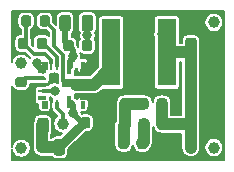
<source format=gbr>
G04 #@! TF.GenerationSoftware,KiCad,Pcbnew,(5.1.9)-1*
G04 #@! TF.CreationDate,2021-08-28T05:14:42+03:00*
G04 #@! TF.ProjectId,Strobe_Module,5374726f-6265-45f4-9d6f-64756c652e6b,0000*
G04 #@! TF.SameCoordinates,Original*
G04 #@! TF.FileFunction,Copper,L1,Top*
G04 #@! TF.FilePolarity,Positive*
%FSLAX46Y46*%
G04 Gerber Fmt 4.6, Leading zero omitted, Abs format (unit mm)*
G04 Created by KiCad (PCBNEW (5.1.9)-1) date 2021-08-28 05:14:42*
%MOMM*%
%LPD*%
G01*
G04 APERTURE LIST*
G04 #@! TA.AperFunction,EtchedComponent*
%ADD10C,0.100000*%
G04 #@! TD*
G04 #@! TA.AperFunction,ComponentPad*
%ADD11C,1.000000*%
G04 #@! TD*
G04 #@! TA.AperFunction,SMDPad,CuDef*
%ADD12R,1.600000X5.700000*%
G04 #@! TD*
G04 #@! TA.AperFunction,SMDPad,CuDef*
%ADD13R,0.711200X0.254000*%
G04 #@! TD*
G04 #@! TA.AperFunction,SMDPad,CuDef*
%ADD14R,0.711200X0.304800*%
G04 #@! TD*
G04 #@! TA.AperFunction,SMDPad,CuDef*
%ADD15R,0.254000X0.711200*%
G04 #@! TD*
G04 #@! TA.AperFunction,SMDPad,CuDef*
%ADD16R,0.406400X0.990600*%
G04 #@! TD*
G04 #@! TA.AperFunction,SMDPad,CuDef*
%ADD17R,0.812800X0.406400*%
G04 #@! TD*
G04 #@! TA.AperFunction,SMDPad,CuDef*
%ADD18R,2.387600X0.406400*%
G04 #@! TD*
G04 #@! TA.AperFunction,SMDPad,CuDef*
%ADD19R,0.711200X0.406400*%
G04 #@! TD*
G04 #@! TA.AperFunction,ViaPad*
%ADD20C,0.800000*%
G04 #@! TD*
G04 #@! TA.AperFunction,Conductor*
%ADD21C,0.500000*%
G04 #@! TD*
G04 #@! TA.AperFunction,Conductor*
%ADD22C,0.250000*%
G04 #@! TD*
G04 #@! TA.AperFunction,Conductor*
%ADD23C,0.350000*%
G04 #@! TD*
G04 #@! TA.AperFunction,Conductor*
%ADD24C,1.000000*%
G04 #@! TD*
G04 #@! TA.AperFunction,Conductor*
%ADD25C,0.400000*%
G04 #@! TD*
G04 #@! TA.AperFunction,Conductor*
%ADD26C,0.750000*%
G04 #@! TD*
G04 #@! TA.AperFunction,Conductor*
%ADD27C,0.300000*%
G04 #@! TD*
G04 #@! TA.AperFunction,Conductor*
%ADD28C,0.200000*%
G04 #@! TD*
G04 #@! TA.AperFunction,Conductor*
%ADD29C,0.100000*%
G04 #@! TD*
G04 APERTURE END LIST*
D10*
G36*
X1041400000Y-1004366800D02*
G01*
X1041400000Y-1004969199D01*
X1041044400Y-1004969199D01*
X1041044400Y-1004366800D01*
X1041400000Y-1004366800D01*
G37*
X1041400000Y-1004366800D02*
X1041400000Y-1004969199D01*
X1041044400Y-1004969199D01*
X1041044400Y-1004366800D01*
X1041400000Y-1004366800D01*
G36*
X1041400000Y-1001660400D02*
G01*
X1041400000Y-1001058001D01*
X1041044400Y-1001058001D01*
X1041044400Y-1001660400D01*
X1041400000Y-1001660400D01*
G37*
X1041400000Y-1001660400D02*
X1041400000Y-1001058001D01*
X1041044400Y-1001058001D01*
X1041044400Y-1001660400D01*
X1041400000Y-1001660400D01*
G36*
X1044287998Y-1004366800D02*
G01*
X1044287998Y-1004958900D01*
X1044605498Y-1004958900D01*
X1044605498Y-1004366800D01*
X1044287998Y-1004366800D01*
G37*
X1044287998Y-1004366800D02*
X1044287998Y-1004958900D01*
X1044605498Y-1004958900D01*
X1044605498Y-1004366800D01*
X1044287998Y-1004366800D01*
G36*
X1044287998Y-1001660400D02*
G01*
X1044287998Y-1001068300D01*
X1044605498Y-1001068300D01*
X1044605498Y-1001660400D01*
X1044287998Y-1001660400D01*
G37*
X1044287998Y-1001660400D02*
X1044287998Y-1001068300D01*
X1044605498Y-1001068300D01*
X1044605498Y-1001660400D01*
X1044287998Y-1001660400D01*
G04 #@! TA.AperFunction,SMDPad,CuDef*
G36*
G01*
X1038984750Y-1003929300D02*
X1039497250Y-1003929300D01*
G75*
G02*
X1039716000Y-1004148050I0J-218750D01*
G01*
X1039716000Y-1004585550D01*
G75*
G02*
X1039497250Y-1004804300I-218750J0D01*
G01*
X1038984750Y-1004804300D01*
G75*
G02*
X1038766000Y-1004585550I0J218750D01*
G01*
X1038766000Y-1004148050D01*
G75*
G02*
X1038984750Y-1003929300I218750J0D01*
G01*
G37*
G04 #@! TD.AperFunction*
G04 #@! TA.AperFunction,SMDPad,CuDef*
G36*
G01*
X1038984750Y-1002354300D02*
X1039497250Y-1002354300D01*
G75*
G02*
X1039716000Y-1002573050I0J-218750D01*
G01*
X1039716000Y-1003010550D01*
G75*
G02*
X1039497250Y-1003229300I-218750J0D01*
G01*
X1038984750Y-1003229300D01*
G75*
G02*
X1038766000Y-1003010550I0J218750D01*
G01*
X1038766000Y-1002573050D01*
G75*
G02*
X1038984750Y-1002354300I218750J0D01*
G01*
G37*
G04 #@! TD.AperFunction*
G04 #@! TA.AperFunction,SMDPad,CuDef*
G36*
G01*
X1045341900Y-997331950D02*
X1045341900Y-998244450D01*
G75*
G02*
X1045098150Y-998488200I-243750J0D01*
G01*
X1044610650Y-998488200D01*
G75*
G02*
X1044366900Y-998244450I0J243750D01*
G01*
X1044366900Y-997331950D01*
G75*
G02*
X1044610650Y-997088200I243750J0D01*
G01*
X1045098150Y-997088200D01*
G75*
G02*
X1045341900Y-997331950I0J-243750D01*
G01*
G37*
G04 #@! TD.AperFunction*
G04 #@! TA.AperFunction,SMDPad,CuDef*
G36*
G01*
X1043466900Y-997331950D02*
X1043466900Y-998244450D01*
G75*
G02*
X1043223150Y-998488200I-243750J0D01*
G01*
X1042735650Y-998488200D01*
G75*
G02*
X1042491900Y-998244450I0J243750D01*
G01*
X1042491900Y-997331950D01*
G75*
G02*
X1042735650Y-997088200I243750J0D01*
G01*
X1043223150Y-997088200D01*
G75*
G02*
X1043466900Y-997331950I0J-243750D01*
G01*
G37*
G04 #@! TD.AperFunction*
G04 #@! TA.AperFunction,SMDPad,CuDef*
G36*
G01*
X1041983900Y-1008760050D02*
X1041983900Y-1007847550D01*
G75*
G02*
X1042227650Y-1007603800I243750J0D01*
G01*
X1042715150Y-1007603800D01*
G75*
G02*
X1042958900Y-1007847550I0J-243750D01*
G01*
X1042958900Y-1008760050D01*
G75*
G02*
X1042715150Y-1009003800I-243750J0D01*
G01*
X1042227650Y-1009003800D01*
G75*
G02*
X1041983900Y-1008760050I0J243750D01*
G01*
G37*
G04 #@! TD.AperFunction*
G04 #@! TA.AperFunction,SMDPad,CuDef*
G36*
G01*
X1043858900Y-1008760050D02*
X1043858900Y-1007847550D01*
G75*
G02*
X1044102650Y-1007603800I243750J0D01*
G01*
X1044590150Y-1007603800D01*
G75*
G02*
X1044833900Y-1007847550I0J-243750D01*
G01*
X1044833900Y-1008760050D01*
G75*
G02*
X1044590150Y-1009003800I-243750J0D01*
G01*
X1044102650Y-1009003800D01*
G75*
G02*
X1043858900Y-1008760050I0J243750D01*
G01*
G37*
G04 #@! TD.AperFunction*
G04 #@! TA.AperFunction,SMDPad,CuDef*
G36*
G01*
X1045266500Y-999436950D02*
X1045266500Y-999949450D01*
G75*
G02*
X1045047750Y-1000168200I-218750J0D01*
G01*
X1044610250Y-1000168200D01*
G75*
G02*
X1044391500Y-999949450I0J218750D01*
G01*
X1044391500Y-999436950D01*
G75*
G02*
X1044610250Y-999218200I218750J0D01*
G01*
X1045047750Y-999218200D01*
G75*
G02*
X1045266500Y-999436950I0J-218750D01*
G01*
G37*
G04 #@! TD.AperFunction*
G04 #@! TA.AperFunction,SMDPad,CuDef*
G36*
G01*
X1043691500Y-999436950D02*
X1043691500Y-999949450D01*
G75*
G02*
X1043472750Y-1000168200I-218750J0D01*
G01*
X1043035250Y-1000168200D01*
G75*
G02*
X1042816500Y-999949450I0J218750D01*
G01*
X1042816500Y-999436950D01*
G75*
G02*
X1043035250Y-999218200I218750J0D01*
G01*
X1043472750Y-999218200D01*
G75*
G02*
X1043691500Y-999436950I0J-218750D01*
G01*
G37*
G04 #@! TD.AperFunction*
G04 #@! TA.AperFunction,SMDPad,CuDef*
G36*
G01*
X1055009500Y-1004442050D02*
X1055009500Y-1003529550D01*
G75*
G02*
X1055253250Y-1003285800I243750J0D01*
G01*
X1055740750Y-1003285800D01*
G75*
G02*
X1055984500Y-1003529550I0J-243750D01*
G01*
X1055984500Y-1004442050D01*
G75*
G02*
X1055740750Y-1004685800I-243750J0D01*
G01*
X1055253250Y-1004685800D01*
G75*
G02*
X1055009500Y-1004442050I0J243750D01*
G01*
G37*
G04 #@! TD.AperFunction*
G04 #@! TA.AperFunction,SMDPad,CuDef*
G36*
G01*
X1053134500Y-1004442050D02*
X1053134500Y-1003529550D01*
G75*
G02*
X1053378250Y-1003285800I243750J0D01*
G01*
X1053865750Y-1003285800D01*
G75*
G02*
X1054109500Y-1003529550I0J-243750D01*
G01*
X1054109500Y-1004442050D01*
G75*
G02*
X1053865750Y-1004685800I-243750J0D01*
G01*
X1053378250Y-1004685800D01*
G75*
G02*
X1053134500Y-1004442050I0J243750D01*
G01*
G37*
G04 #@! TD.AperFunction*
G04 #@! TA.AperFunction,SMDPad,CuDef*
G36*
G01*
X1053132200Y-1006677250D02*
X1053132200Y-1005764750D01*
G75*
G02*
X1053375950Y-1005521000I243750J0D01*
G01*
X1053863450Y-1005521000D01*
G75*
G02*
X1054107200Y-1005764750I0J-243750D01*
G01*
X1054107200Y-1006677250D01*
G75*
G02*
X1053863450Y-1006921000I-243750J0D01*
G01*
X1053375950Y-1006921000D01*
G75*
G02*
X1053132200Y-1006677250I0J243750D01*
G01*
G37*
G04 #@! TD.AperFunction*
G04 #@! TA.AperFunction,SMDPad,CuDef*
G36*
G01*
X1055007200Y-1006677250D02*
X1055007200Y-1005764750D01*
G75*
G02*
X1055250950Y-1005521000I243750J0D01*
G01*
X1055738450Y-1005521000D01*
G75*
G02*
X1055982200Y-1005764750I0J-243750D01*
G01*
X1055982200Y-1006677250D01*
G75*
G02*
X1055738450Y-1006921000I-243750J0D01*
G01*
X1055250950Y-1006921000D01*
G75*
G02*
X1055007200Y-1006677250I0J243750D01*
G01*
G37*
G04 #@! TD.AperFunction*
G04 #@! TA.AperFunction,SMDPad,CuDef*
G36*
G01*
X1053134500Y-1002283050D02*
X1053134500Y-1001370550D01*
G75*
G02*
X1053378250Y-1001126800I243750J0D01*
G01*
X1053865750Y-1001126800D01*
G75*
G02*
X1054109500Y-1001370550I0J-243750D01*
G01*
X1054109500Y-1002283050D01*
G75*
G02*
X1053865750Y-1002526800I-243750J0D01*
G01*
X1053378250Y-1002526800D01*
G75*
G02*
X1053134500Y-1002283050I0J243750D01*
G01*
G37*
G04 #@! TD.AperFunction*
G04 #@! TA.AperFunction,SMDPad,CuDef*
G36*
G01*
X1055009500Y-1002283050D02*
X1055009500Y-1001370550D01*
G75*
G02*
X1055253250Y-1001126800I243750J0D01*
G01*
X1055740750Y-1001126800D01*
G75*
G02*
X1055984500Y-1001370550I0J-243750D01*
G01*
X1055984500Y-1002283050D01*
G75*
G02*
X1055740750Y-1002526800I-243750J0D01*
G01*
X1055253250Y-1002526800D01*
G75*
G02*
X1055009500Y-1002283050I0J243750D01*
G01*
G37*
G04 #@! TD.AperFunction*
G04 #@! TA.AperFunction,SMDPad,CuDef*
G36*
G01*
X1051616500Y-1004364550D02*
X1051616500Y-1004877050D01*
G75*
G02*
X1051397750Y-1005095800I-218750J0D01*
G01*
X1050960250Y-1005095800D01*
G75*
G02*
X1050741500Y-1004877050I0J218750D01*
G01*
X1050741500Y-1004364550D01*
G75*
G02*
X1050960250Y-1004145800I218750J0D01*
G01*
X1051397750Y-1004145800D01*
G75*
G02*
X1051616500Y-1004364550I0J-218750D01*
G01*
G37*
G04 #@! TD.AperFunction*
G04 #@! TA.AperFunction,SMDPad,CuDef*
G36*
G01*
X1050041500Y-1004364550D02*
X1050041500Y-1004877050D01*
G75*
G02*
X1049822750Y-1005095800I-218750J0D01*
G01*
X1049385250Y-1005095800D01*
G75*
G02*
X1049166500Y-1004877050I0J218750D01*
G01*
X1049166500Y-1004364550D01*
G75*
G02*
X1049385250Y-1004145800I218750J0D01*
G01*
X1049822750Y-1004145800D01*
G75*
G02*
X1050041500Y-1004364550I0J-218750D01*
G01*
G37*
G04 #@! TD.AperFunction*
G04 #@! TA.AperFunction,SMDPad,CuDef*
G36*
G01*
X1046942700Y-1004364550D02*
X1046942700Y-1004877050D01*
G75*
G02*
X1046723950Y-1005095800I-218750J0D01*
G01*
X1046286450Y-1005095800D01*
G75*
G02*
X1046067700Y-1004877050I0J218750D01*
G01*
X1046067700Y-1004364550D01*
G75*
G02*
X1046286450Y-1004145800I218750J0D01*
G01*
X1046723950Y-1004145800D01*
G75*
G02*
X1046942700Y-1004364550I0J-218750D01*
G01*
G37*
G04 #@! TD.AperFunction*
G04 #@! TA.AperFunction,SMDPad,CuDef*
G36*
G01*
X1048517700Y-1004364550D02*
X1048517700Y-1004877050D01*
G75*
G02*
X1048298950Y-1005095800I-218750J0D01*
G01*
X1047861450Y-1005095800D01*
G75*
G02*
X1047642700Y-1004877050I0J218750D01*
G01*
X1047642700Y-1004364550D01*
G75*
G02*
X1047861450Y-1004145800I218750J0D01*
G01*
X1048298950Y-1004145800D01*
G75*
G02*
X1048517700Y-1004364550I0J-218750D01*
G01*
G37*
G04 #@! TD.AperFunction*
G04 #@! TA.AperFunction,SMDPad,CuDef*
G36*
G01*
X1051642100Y-1006091750D02*
X1051642100Y-1006604250D01*
G75*
G02*
X1051423350Y-1006823000I-218750J0D01*
G01*
X1050985850Y-1006823000D01*
G75*
G02*
X1050767100Y-1006604250I0J218750D01*
G01*
X1050767100Y-1006091750D01*
G75*
G02*
X1050985850Y-1005873000I218750J0D01*
G01*
X1051423350Y-1005873000D01*
G75*
G02*
X1051642100Y-1006091750I0J-218750D01*
G01*
G37*
G04 #@! TD.AperFunction*
G04 #@! TA.AperFunction,SMDPad,CuDef*
G36*
G01*
X1050067100Y-1006091750D02*
X1050067100Y-1006604250D01*
G75*
G02*
X1049848350Y-1006823000I-218750J0D01*
G01*
X1049410850Y-1006823000D01*
G75*
G02*
X1049192100Y-1006604250I0J218750D01*
G01*
X1049192100Y-1006091750D01*
G75*
G02*
X1049410850Y-1005873000I218750J0D01*
G01*
X1049848350Y-1005873000D01*
G75*
G02*
X1050067100Y-1006091750I0J-218750D01*
G01*
G37*
G04 #@! TD.AperFunction*
G04 #@! TA.AperFunction,SMDPad,CuDef*
G36*
G01*
X1041431100Y-999259150D02*
X1041431100Y-999771650D01*
G75*
G02*
X1041212350Y-999990400I-218750J0D01*
G01*
X1040774850Y-999990400D01*
G75*
G02*
X1040556100Y-999771650I0J218750D01*
G01*
X1040556100Y-999259150D01*
G75*
G02*
X1040774850Y-999040400I218750J0D01*
G01*
X1041212350Y-999040400D01*
G75*
G02*
X1041431100Y-999259150I0J-218750D01*
G01*
G37*
G04 #@! TD.AperFunction*
G04 #@! TA.AperFunction,SMDPad,CuDef*
G36*
G01*
X1039856100Y-999259150D02*
X1039856100Y-999771650D01*
G75*
G02*
X1039637350Y-999990400I-218750J0D01*
G01*
X1039199850Y-999990400D01*
G75*
G02*
X1038981100Y-999771650I0J218750D01*
G01*
X1038981100Y-999259150D01*
G75*
G02*
X1039199850Y-999040400I218750J0D01*
G01*
X1039637350Y-999040400D01*
G75*
G02*
X1039856100Y-999259150I0J-218750D01*
G01*
G37*
G04 #@! TD.AperFunction*
G04 #@! TA.AperFunction,SMDPad,CuDef*
G36*
G01*
X1044238900Y-1006477250D02*
X1044238900Y-1005964750D01*
G75*
G02*
X1044457650Y-1005746000I218750J0D01*
G01*
X1044895150Y-1005746000D01*
G75*
G02*
X1045113900Y-1005964750I0J-218750D01*
G01*
X1045113900Y-1006477250D01*
G75*
G02*
X1044895150Y-1006696000I-218750J0D01*
G01*
X1044457650Y-1006696000D01*
G75*
G02*
X1044238900Y-1006477250I0J218750D01*
G01*
G37*
G04 #@! TD.AperFunction*
G04 #@! TA.AperFunction,SMDPad,CuDef*
G36*
G01*
X1045813900Y-1006477250D02*
X1045813900Y-1005964750D01*
G75*
G02*
X1046032650Y-1005746000I218750J0D01*
G01*
X1046470150Y-1005746000D01*
G75*
G02*
X1046688900Y-1005964750I0J-218750D01*
G01*
X1046688900Y-1006477250D01*
G75*
G02*
X1046470150Y-1006696000I-218750J0D01*
G01*
X1046032650Y-1006696000D01*
G75*
G02*
X1045813900Y-1006477250I0J218750D01*
G01*
G37*
G04 #@! TD.AperFunction*
D11*
X1042771600Y-1006297200D03*
X1041019000Y-1008303800D03*
X1053617400Y-1008329200D03*
X1055573200Y-997737400D03*
X1039266400Y-1001166400D03*
X1055573200Y-1008329200D03*
X1039266400Y-1008379800D03*
G04 #@! TA.AperFunction,SMDPad,CuDef*
G36*
G01*
X1039235100Y-997866650D02*
X1039235100Y-997354150D01*
G75*
G02*
X1039453850Y-997135400I218750J0D01*
G01*
X1039891350Y-997135400D01*
G75*
G02*
X1040110100Y-997354150I0J-218750D01*
G01*
X1040110100Y-997866650D01*
G75*
G02*
X1039891350Y-998085400I-218750J0D01*
G01*
X1039453850Y-998085400D01*
G75*
G02*
X1039235100Y-997866650I0J218750D01*
G01*
G37*
G04 #@! TD.AperFunction*
G04 #@! TA.AperFunction,SMDPad,CuDef*
G36*
G01*
X1040810100Y-997866650D02*
X1040810100Y-997354150D01*
G75*
G02*
X1041028850Y-997135400I218750J0D01*
G01*
X1041466350Y-997135400D01*
G75*
G02*
X1041685100Y-997354150I0J-218750D01*
G01*
X1041685100Y-997866650D01*
G75*
G02*
X1041466350Y-998085400I-218750J0D01*
G01*
X1041028850Y-998085400D01*
G75*
G02*
X1040810100Y-997866650I0J218750D01*
G01*
G37*
G04 #@! TD.AperFunction*
G04 #@! TA.AperFunction,SMDPad,CuDef*
G36*
G01*
X1049940100Y-1007717350D02*
X1049940100Y-1008229850D01*
G75*
G02*
X1049721350Y-1008448600I-218750J0D01*
G01*
X1049283850Y-1008448600D01*
G75*
G02*
X1049065100Y-1008229850I0J218750D01*
G01*
X1049065100Y-1007717350D01*
G75*
G02*
X1049283850Y-1007498600I218750J0D01*
G01*
X1049721350Y-1007498600D01*
G75*
G02*
X1049940100Y-1007717350I0J-218750D01*
G01*
G37*
G04 #@! TD.AperFunction*
G04 #@! TA.AperFunction,SMDPad,CuDef*
G36*
G01*
X1048365100Y-1007717350D02*
X1048365100Y-1008229850D01*
G75*
G02*
X1048146350Y-1008448600I-218750J0D01*
G01*
X1047708850Y-1008448600D01*
G75*
G02*
X1047490100Y-1008229850I0J218750D01*
G01*
X1047490100Y-1007717350D01*
G75*
G02*
X1047708850Y-1007498600I218750J0D01*
G01*
X1048146350Y-1007498600D01*
G75*
G02*
X1048365100Y-1007717350I0J-218750D01*
G01*
G37*
G04 #@! TD.AperFunction*
D12*
X1046885400Y-1000277400D03*
X1051585400Y-1000277400D03*
G04 #@! TA.AperFunction,SMDPad,CuDef*
G36*
G01*
X1053134500Y-1000174850D02*
X1053134500Y-999262350D01*
G75*
G02*
X1053378250Y-999018600I243750J0D01*
G01*
X1053865750Y-999018600D01*
G75*
G02*
X1054109500Y-999262350I0J-243750D01*
G01*
X1054109500Y-1000174850D01*
G75*
G02*
X1053865750Y-1000418600I-243750J0D01*
G01*
X1053378250Y-1000418600D01*
G75*
G02*
X1053134500Y-1000174850I0J243750D01*
G01*
G37*
G04 #@! TD.AperFunction*
G04 #@! TA.AperFunction,SMDPad,CuDef*
G36*
G01*
X1055009500Y-1000174850D02*
X1055009500Y-999262350D01*
G75*
G02*
X1055253250Y-999018600I243750J0D01*
G01*
X1055740750Y-999018600D01*
G75*
G02*
X1055984500Y-999262350I0J-243750D01*
G01*
X1055984500Y-1000174850D01*
G75*
G02*
X1055740750Y-1000418600I-243750J0D01*
G01*
X1055253250Y-1000418600D01*
G75*
G02*
X1055009500Y-1000174850I0J243750D01*
G01*
G37*
G04 #@! TD.AperFunction*
G04 #@! TA.AperFunction,SMDPad,CuDef*
G36*
G01*
X1041582700Y-1006044150D02*
X1041582700Y-1006956650D01*
G75*
G02*
X1041338950Y-1007200400I-243750J0D01*
G01*
X1040851450Y-1007200400D01*
G75*
G02*
X1040607700Y-1006956650I0J243750D01*
G01*
X1040607700Y-1006044150D01*
G75*
G02*
X1040851450Y-1005800400I243750J0D01*
G01*
X1041338950Y-1005800400D01*
G75*
G02*
X1041582700Y-1006044150I0J-243750D01*
G01*
G37*
G04 #@! TD.AperFunction*
G04 #@! TA.AperFunction,SMDPad,CuDef*
G36*
G01*
X1039707700Y-1006044150D02*
X1039707700Y-1006956650D01*
G75*
G02*
X1039463950Y-1007200400I-243750J0D01*
G01*
X1038976450Y-1007200400D01*
G75*
G02*
X1038732700Y-1006956650I0J243750D01*
G01*
X1038732700Y-1006044150D01*
G75*
G02*
X1038976450Y-1005800400I243750J0D01*
G01*
X1039463950Y-1005800400D01*
G75*
G02*
X1039707700Y-1006044150I0J-243750D01*
G01*
G37*
G04 #@! TD.AperFunction*
D13*
X1041044400Y-1002488600D03*
D14*
X1041044400Y-1003013600D03*
D13*
X1041044400Y-1003538600D03*
D15*
X1041769400Y-1004613599D03*
X1042269399Y-1004613599D03*
D16*
X1043344398Y-1004463600D03*
D17*
X1044694398Y-1004163600D03*
D18*
X1043894400Y-1003013600D03*
D17*
X1044694398Y-1001863600D03*
D16*
X1043344398Y-1001563600D03*
D15*
X1042269399Y-1001413601D03*
X1041769400Y-1001413601D03*
D19*
X1041044400Y-1001863600D03*
X1041044400Y-1004163600D03*
D20*
X1052395660Y-1004884960D03*
X1045245560Y-1004948460D03*
X1045225240Y-1000983520D03*
X1049200340Y-1001034320D03*
X1051488880Y-1007978680D03*
X1043609800Y-1000582200D03*
X1043609800Y-1005433600D03*
X1051153600Y-998753400D03*
X1040561800Y-1001141000D03*
X1042085800Y-1003503200D03*
X1047927600Y-1007973600D03*
X1044854400Y-998829600D03*
D21*
X1044694398Y-1001514362D02*
X1045225240Y-1000983520D01*
X1044694398Y-1001863600D02*
X1044694398Y-1001514362D01*
D22*
X1044694398Y-1004163600D02*
X1044956000Y-1004163600D01*
X1045245560Y-1004453160D02*
X1045245560Y-1004948460D01*
X1044956000Y-1004163600D02*
X1045245560Y-1004453160D01*
D23*
X1039565001Y-1002467799D02*
X1041064600Y-1002467799D01*
X1039241000Y-1002791800D02*
X1039565001Y-1002467799D01*
D24*
X1041019000Y-1006447300D02*
X1041092900Y-1006373400D01*
X1041019000Y-1008303800D02*
X1041019000Y-1006447300D01*
X1041019000Y-1008303800D02*
X1042471400Y-1008303800D01*
D25*
X1043364598Y-1004722802D02*
X1043364598Y-1004445200D01*
X1041092900Y-1006373400D02*
X1041323800Y-1006373400D01*
D26*
X1044554200Y-1006221000D02*
X1043916900Y-1006858300D01*
X1044676400Y-1006221000D02*
X1044554200Y-1006221000D01*
D21*
X1044676400Y-1006221000D02*
X1044524200Y-1006221000D01*
X1042979400Y-999418600D02*
X1043254000Y-999693200D01*
X1042979400Y-997788200D02*
X1042979400Y-999418600D01*
D26*
X1043916900Y-1006858300D02*
X1042471400Y-1008303800D01*
X1044554200Y-1006221000D02*
X1044554200Y-1006221000D01*
D21*
X1044397200Y-1006221000D02*
X1043609800Y-1005433600D01*
X1044676400Y-1006221000D02*
X1044397200Y-1006221000D01*
X1043609800Y-1004690402D02*
X1043364598Y-1004445200D01*
X1043609800Y-1005433600D02*
X1043609800Y-1004690402D01*
X1043609800Y-1000049000D02*
X1043609800Y-1000582200D01*
X1043254000Y-999693200D02*
X1043609800Y-1000049000D01*
X1043609800Y-1000582200D02*
X1043609800Y-1000810800D01*
X1043389617Y-1001030983D02*
X1043389617Y-1001545200D01*
X1043609800Y-1000810800D02*
X1043389617Y-1001030983D01*
D27*
X1041788990Y-1000892470D02*
X1041788990Y-1001184372D01*
X1041300920Y-1000404400D02*
X1041788990Y-1000892470D01*
X1039418600Y-999515400D02*
X1040307600Y-1000404400D01*
X1040307600Y-1000404400D02*
X1041300920Y-1000404400D01*
X1039672600Y-999261400D02*
X1039418600Y-999515400D01*
X1039672600Y-997610400D02*
X1039672600Y-999261400D01*
D24*
X1046885400Y-1001544000D02*
X1046885400Y-1000277400D01*
X1045434200Y-1002995200D02*
X1046885400Y-1001544000D01*
X1043914600Y-1002995200D02*
X1045434200Y-1002995200D01*
D27*
X1041247600Y-997610400D02*
X1042040800Y-998403600D01*
X1042797000Y-1002715800D02*
X1043635200Y-1002715800D01*
X1042789607Y-1002708407D02*
X1042797000Y-1002715800D01*
X1042789607Y-1000508157D02*
X1042789607Y-1002708407D01*
X1043635200Y-1002715800D02*
X1043914600Y-1002995200D01*
X1042040800Y-999759350D02*
X1042789607Y-1000508157D01*
X1042040800Y-999759350D02*
X1042040800Y-998403600D01*
D24*
X1049629600Y-1007846600D02*
X1049502600Y-1007973600D01*
X1049629600Y-1006348000D02*
X1049629600Y-1007846600D01*
X1053619700Y-999720900D02*
X1053622000Y-999718600D01*
X1053338000Y-1000277400D02*
X1053617400Y-1000556800D01*
X1051585400Y-1000277400D02*
X1053338000Y-1000277400D01*
X1053619700Y-1006221000D02*
X1053617400Y-1000556800D01*
X1053617400Y-1000556800D02*
X1053619700Y-999720900D01*
X1053492700Y-1006348000D02*
X1053619700Y-1006221000D01*
X1051204600Y-1006348000D02*
X1053492700Y-1006348000D01*
X1053617400Y-1006223300D02*
X1053619700Y-1006221000D01*
X1053617400Y-1008329200D02*
X1053617400Y-1006223300D01*
X1051179000Y-1006322400D02*
X1051204600Y-1006348000D01*
X1051179000Y-1004620800D02*
X1051179000Y-1004697000D01*
X1051179000Y-1004697000D02*
X1051179000Y-1005636800D01*
X1051179000Y-1005636800D02*
X1051179000Y-1006322400D01*
D21*
X1041062189Y-1001842789D02*
X1041064600Y-1001842789D01*
X1040561800Y-1001141000D02*
X1040561800Y-1001342400D01*
X1040561800Y-1001342400D02*
X1041062189Y-1001842789D01*
D27*
X1041022401Y-999418761D02*
X1042287440Y-1000683800D01*
X1042287440Y-1001393042D02*
X1042289599Y-1001395201D01*
X1042289000Y-1000683800D02*
X1042289000Y-1001296403D01*
X1040993600Y-999515400D02*
X1041022401Y-999515400D01*
D23*
X1042291601Y-1004979001D02*
X1042291601Y-1004595199D01*
X1042771600Y-1006297200D02*
X1042771600Y-1005459000D01*
X1042771600Y-1005459000D02*
X1042291601Y-1004979001D01*
D24*
X1049604000Y-1004620800D02*
X1048080200Y-1004620800D01*
X1047927600Y-1007973600D02*
X1047927600Y-1006500600D01*
X1048080200Y-1006348000D02*
X1048080200Y-1005230400D01*
X1047927600Y-1006500600D02*
X1048004000Y-1006424200D01*
X1048004000Y-1006424200D02*
X1048080200Y-1006348000D01*
X1048080200Y-1005230400D02*
X1048080200Y-1004620800D01*
D27*
X1042068800Y-1003520200D02*
X1042085800Y-1003503200D01*
X1041064600Y-1003520200D02*
X1042068800Y-1003520200D01*
D25*
X1044854400Y-997788200D02*
X1044854400Y-998829600D01*
X1044829000Y-998855000D02*
X1044854400Y-998829600D01*
X1044829000Y-999693200D02*
X1044829000Y-998855000D01*
D28*
X1056419201Y-1009403800D02*
X1038471200Y-1009403800D01*
X1038471200Y-1008482725D01*
X1038497143Y-1008613151D01*
X1038557449Y-1008758742D01*
X1038644999Y-1008889770D01*
X1038756430Y-1009001201D01*
X1038887458Y-1009088751D01*
X1039033049Y-1009149057D01*
X1039187607Y-1009179800D01*
X1039345193Y-1009179800D01*
X1039499751Y-1009149057D01*
X1039645342Y-1009088751D01*
X1039776370Y-1009001201D01*
X1039887801Y-1008889770D01*
X1039975351Y-1008758742D01*
X1040035657Y-1008613151D01*
X1040066400Y-1008458593D01*
X1040066400Y-1008301007D01*
X1040035657Y-1008146449D01*
X1039975351Y-1008000858D01*
X1039887801Y-1007869830D01*
X1039776370Y-1007758399D01*
X1039645342Y-1007670849D01*
X1039499751Y-1007610543D01*
X1039345193Y-1007579800D01*
X1039187607Y-1007579800D01*
X1039033049Y-1007610543D01*
X1038887458Y-1007670849D01*
X1038756430Y-1007758399D01*
X1038644999Y-1007869830D01*
X1038557449Y-1008000858D01*
X1038497143Y-1008146449D01*
X1038471200Y-1008276875D01*
X1038471200Y-1003078075D01*
X1038474545Y-1003112036D01*
X1038504147Y-1003209622D01*
X1038552219Y-1003299558D01*
X1038616912Y-1003378388D01*
X1038695742Y-1003443081D01*
X1038785678Y-1003491153D01*
X1038883264Y-1003520755D01*
X1038984750Y-1003530751D01*
X1039497250Y-1003530751D01*
X1039598736Y-1003520755D01*
X1039696322Y-1003491153D01*
X1039786258Y-1003443081D01*
X1039865088Y-1003378388D01*
X1039929781Y-1003299558D01*
X1039977853Y-1003209622D01*
X1040007455Y-1003112036D01*
X1040017451Y-1003010550D01*
X1040017451Y-1002942799D01*
X1041087932Y-1002942799D01*
X1041157716Y-1002935926D01*
X1041219939Y-1002917051D01*
X1041400000Y-1002917051D01*
X1041458810Y-1002911259D01*
X1041515360Y-1002894104D01*
X1041567477Y-1002866247D01*
X1041613158Y-1002828758D01*
X1041650647Y-1002783077D01*
X1041678504Y-1002730960D01*
X1041695659Y-1002674410D01*
X1041701451Y-1002615600D01*
X1041701451Y-1002361600D01*
X1041695659Y-1002302790D01*
X1041678504Y-1002246240D01*
X1041661378Y-1002214200D01*
X1041678504Y-1002182160D01*
X1041695659Y-1002125610D01*
X1041701072Y-1002070652D01*
X1041896400Y-1002070652D01*
X1041955210Y-1002064860D01*
X1042011760Y-1002047705D01*
X1042019399Y-1002043622D01*
X1042027039Y-1002047705D01*
X1042083589Y-1002064860D01*
X1042142399Y-1002070652D01*
X1042339608Y-1002070652D01*
X1042339608Y-1002686303D01*
X1042337431Y-1002708407D01*
X1042346119Y-1002796622D01*
X1042365801Y-1002861506D01*
X1042289982Y-1002830101D01*
X1042154744Y-1002803200D01*
X1042016856Y-1002803200D01*
X1041881618Y-1002830101D01*
X1041754226Y-1002882868D01*
X1041639576Y-1002959474D01*
X1041542074Y-1003056976D01*
X1041533238Y-1003070200D01*
X1041042495Y-1003070200D01*
X1040976385Y-1003076711D01*
X1040891559Y-1003102443D01*
X1040877142Y-1003110149D01*
X1040688800Y-1003110149D01*
X1040629990Y-1003115941D01*
X1040573440Y-1003133096D01*
X1040521323Y-1003160953D01*
X1040475642Y-1003198442D01*
X1040438153Y-1003244123D01*
X1040410296Y-1003296240D01*
X1040393141Y-1003352790D01*
X1040387349Y-1003411600D01*
X1040387349Y-1003665600D01*
X1040393141Y-1003724410D01*
X1040410296Y-1003780960D01*
X1040427422Y-1003813000D01*
X1040410296Y-1003845040D01*
X1040393141Y-1003901590D01*
X1040387349Y-1003960400D01*
X1040387349Y-1004366800D01*
X1040393141Y-1004425610D01*
X1040410296Y-1004482160D01*
X1040438153Y-1004534277D01*
X1040475642Y-1004579958D01*
X1040521323Y-1004617447D01*
X1040573440Y-1004645304D01*
X1040629990Y-1004662459D01*
X1040688800Y-1004668251D01*
X1040694400Y-1004668251D01*
X1040694400Y-1004969199D01*
X1040697610Y-1005001931D01*
X1040700599Y-1005034782D01*
X1040700947Y-1005035963D01*
X1040701066Y-1005037181D01*
X1040710582Y-1005068701D01*
X1040719886Y-1005100311D01*
X1040720454Y-1005101397D01*
X1040720809Y-1005102574D01*
X1040736264Y-1005131639D01*
X1040751532Y-1005160846D01*
X1040752303Y-1005161806D01*
X1040752878Y-1005162886D01*
X1040773695Y-1005188411D01*
X1040794335Y-1005214081D01*
X1040795272Y-1005214868D01*
X1040796050Y-1005215821D01*
X1040821476Y-1005236855D01*
X1040846662Y-1005257989D01*
X1040847736Y-1005258579D01*
X1040848682Y-1005259362D01*
X1040877653Y-1005275027D01*
X1040906520Y-1005290896D01*
X1040907690Y-1005291267D01*
X1040908770Y-1005291851D01*
X1040940187Y-1005301576D01*
X1040971631Y-1005311551D01*
X1040972854Y-1005311688D01*
X1040974023Y-1005312050D01*
X1041006685Y-1005315483D01*
X1041039513Y-1005319165D01*
X1041041876Y-1005319181D01*
X1041041957Y-1005319190D01*
X1041042039Y-1005319183D01*
X1041044400Y-1005319199D01*
X1041400000Y-1005319199D01*
X1041432759Y-1005315987D01*
X1041465583Y-1005313000D01*
X1041466764Y-1005312652D01*
X1041467982Y-1005312533D01*
X1041499502Y-1005303017D01*
X1041531112Y-1005293713D01*
X1041532198Y-1005293145D01*
X1041533375Y-1005292790D01*
X1041562440Y-1005277335D01*
X1041591647Y-1005262067D01*
X1041592607Y-1005261296D01*
X1041593687Y-1005260721D01*
X1041619212Y-1005239904D01*
X1041644882Y-1005219264D01*
X1041645669Y-1005218327D01*
X1041646622Y-1005217549D01*
X1041667656Y-1005192123D01*
X1041688790Y-1005166937D01*
X1041689380Y-1005165863D01*
X1041690163Y-1005164917D01*
X1041705828Y-1005135946D01*
X1041721697Y-1005107079D01*
X1041722068Y-1005105909D01*
X1041722652Y-1005104829D01*
X1041732377Y-1005073412D01*
X1041742352Y-1005041968D01*
X1041742489Y-1005040745D01*
X1041742851Y-1005039576D01*
X1041746284Y-1005006914D01*
X1041749966Y-1004974086D01*
X1041749982Y-1004971723D01*
X1041749991Y-1004971642D01*
X1041749984Y-1004971560D01*
X1041750000Y-1004969199D01*
X1041750000Y-1004366800D01*
X1041746788Y-1004334041D01*
X1041743801Y-1004301217D01*
X1041743453Y-1004300036D01*
X1041743334Y-1004298818D01*
X1041733818Y-1004267298D01*
X1041724514Y-1004235688D01*
X1041723946Y-1004234602D01*
X1041723591Y-1004233425D01*
X1041708136Y-1004204360D01*
X1041701451Y-1004191571D01*
X1041701451Y-1004088269D01*
X1041754226Y-1004123532D01*
X1041856802Y-1004166020D01*
X1041846740Y-1004199189D01*
X1041840948Y-1004257999D01*
X1041840948Y-1004444482D01*
X1041823475Y-1004502083D01*
X1041816601Y-1004571867D01*
X1041816601Y-1004955669D01*
X1041814303Y-1004979001D01*
X1041823474Y-1005072117D01*
X1041828903Y-1005090012D01*
X1041850635Y-1005161654D01*
X1041894742Y-1005244174D01*
X1041954100Y-1005316502D01*
X1041972235Y-1005331385D01*
X1042294611Y-1005653762D01*
X1042261630Y-1005675799D01*
X1042150199Y-1005787230D01*
X1042062649Y-1005918258D01*
X1042002343Y-1006063849D01*
X1041971600Y-1006218407D01*
X1041971600Y-1006375993D01*
X1042002343Y-1006530551D01*
X1042062649Y-1006676142D01*
X1042150199Y-1006807170D01*
X1042261630Y-1006918601D01*
X1042392658Y-1007006151D01*
X1042538249Y-1007066457D01*
X1042692807Y-1007097200D01*
X1042723406Y-1007097200D01*
X1042518257Y-1007302349D01*
X1042227650Y-1007302349D01*
X1042121287Y-1007312825D01*
X1042019011Y-1007343850D01*
X1041924753Y-1007394232D01*
X1041842135Y-1007462035D01*
X1041819000Y-1007490225D01*
X1041819000Y-1007209535D01*
X1041842650Y-1007165289D01*
X1041873675Y-1007063013D01*
X1041884151Y-1006956650D01*
X1041884151Y-1006501514D01*
X1041896769Y-1006373401D01*
X1041884151Y-1006245287D01*
X1041884151Y-1006044150D01*
X1041873675Y-1005937787D01*
X1041842650Y-1005835511D01*
X1041792268Y-1005741253D01*
X1041724465Y-1005658635D01*
X1041641847Y-1005590832D01*
X1041547589Y-1005540450D01*
X1041445313Y-1005509425D01*
X1041338950Y-1005498949D01*
X1040851450Y-1005498949D01*
X1040745087Y-1005509425D01*
X1040642811Y-1005540450D01*
X1040548553Y-1005590832D01*
X1040465935Y-1005658635D01*
X1040398132Y-1005741253D01*
X1040347750Y-1005835511D01*
X1040316725Y-1005937787D01*
X1040306249Y-1006044150D01*
X1040306249Y-1006083682D01*
X1040276321Y-1006139673D01*
X1040230577Y-1006290473D01*
X1040215130Y-1006447300D01*
X1040219001Y-1006486600D01*
X1040219000Y-1008225007D01*
X1040219000Y-1008264507D01*
X1040215130Y-1008303800D01*
X1040219000Y-1008343092D01*
X1040219000Y-1008382593D01*
X1040226706Y-1008421335D01*
X1040230576Y-1008460627D01*
X1040242037Y-1008498407D01*
X1040249743Y-1008537151D01*
X1040264860Y-1008573648D01*
X1040276321Y-1008611428D01*
X1040294932Y-1008646246D01*
X1040310049Y-1008682742D01*
X1040331997Y-1008715590D01*
X1040350607Y-1008750406D01*
X1040375651Y-1008780922D01*
X1040397599Y-1008813770D01*
X1040425533Y-1008841704D01*
X1040450578Y-1008872222D01*
X1040481098Y-1008897269D01*
X1040509030Y-1008925201D01*
X1040541878Y-1008947149D01*
X1040572394Y-1008972193D01*
X1040607210Y-1008990803D01*
X1040640058Y-1009012751D01*
X1040676554Y-1009027868D01*
X1040711372Y-1009046479D01*
X1040749152Y-1009057940D01*
X1040785649Y-1009073057D01*
X1040824393Y-1009080763D01*
X1040862173Y-1009092224D01*
X1040901465Y-1009096094D01*
X1040940207Y-1009103800D01*
X1040979707Y-1009103800D01*
X1041019000Y-1009107670D01*
X1041058293Y-1009103800D01*
X1041807859Y-1009103800D01*
X1041842135Y-1009145565D01*
X1041924753Y-1009213368D01*
X1042019011Y-1009263750D01*
X1042121287Y-1009294775D01*
X1042227650Y-1009305251D01*
X1042715150Y-1009305251D01*
X1042821513Y-1009294775D01*
X1042923789Y-1009263750D01*
X1043018047Y-1009213368D01*
X1043100665Y-1009145565D01*
X1043168468Y-1009062947D01*
X1043218850Y-1008968689D01*
X1043249875Y-1008866413D01*
X1043260351Y-1008760050D01*
X1043260351Y-1008469443D01*
X1044732343Y-1006997451D01*
X1044895150Y-1006997451D01*
X1044996636Y-1006987455D01*
X1045094222Y-1006957853D01*
X1045184158Y-1006909781D01*
X1045262988Y-1006845088D01*
X1045327681Y-1006766258D01*
X1045375753Y-1006676322D01*
X1045405355Y-1006578736D01*
X1045413051Y-1006500600D01*
X1047123730Y-1006500600D01*
X1047127601Y-1006539900D01*
X1047127600Y-1008012892D01*
X1047139176Y-1008130426D01*
X1047184921Y-1008281227D01*
X1047195695Y-1008301383D01*
X1047198645Y-1008331336D01*
X1047228247Y-1008428922D01*
X1047276319Y-1008518858D01*
X1047341012Y-1008597688D01*
X1047419842Y-1008662381D01*
X1047509778Y-1008710453D01*
X1047607364Y-1008740055D01*
X1047708850Y-1008750051D01*
X1047731303Y-1008750051D01*
X1047770773Y-1008762024D01*
X1047927600Y-1008777470D01*
X1048084426Y-1008762024D01*
X1048123896Y-1008750051D01*
X1048146350Y-1008750051D01*
X1048247836Y-1008740055D01*
X1048345422Y-1008710453D01*
X1048435358Y-1008662381D01*
X1048514188Y-1008597688D01*
X1048578881Y-1008518858D01*
X1048626953Y-1008428922D01*
X1048656555Y-1008331336D01*
X1048659505Y-1008301384D01*
X1048670279Y-1008281228D01*
X1048715100Y-1008133471D01*
X1048759921Y-1008281227D01*
X1048770695Y-1008301383D01*
X1048773645Y-1008331336D01*
X1048803247Y-1008428922D01*
X1048851319Y-1008518858D01*
X1048916012Y-1008597688D01*
X1048994842Y-1008662381D01*
X1049084778Y-1008710453D01*
X1049182364Y-1008740055D01*
X1049283850Y-1008750051D01*
X1049306306Y-1008750051D01*
X1049345773Y-1008762023D01*
X1049502600Y-1008777470D01*
X1049659427Y-1008762023D01*
X1049698894Y-1008750051D01*
X1049721350Y-1008750051D01*
X1049822836Y-1008740055D01*
X1049920422Y-1008710453D01*
X1050010358Y-1008662381D01*
X1050089188Y-1008597688D01*
X1050153881Y-1008518858D01*
X1050201953Y-1008428922D01*
X1050210947Y-1008399273D01*
X1050297993Y-1008293206D01*
X1050372279Y-1008154228D01*
X1050418024Y-1008003427D01*
X1050429600Y-1007885893D01*
X1050429600Y-1007885891D01*
X1050433470Y-1007846601D01*
X1050429600Y-1007807310D01*
X1050429600Y-1006607871D01*
X1050436321Y-1006630027D01*
X1050475387Y-1006703114D01*
X1050475645Y-1006705736D01*
X1050505247Y-1006803322D01*
X1050553319Y-1006893258D01*
X1050618012Y-1006972088D01*
X1050696842Y-1007036781D01*
X1050786778Y-1007084853D01*
X1050884364Y-1007114455D01*
X1050985850Y-1007124451D01*
X1051008303Y-1007124451D01*
X1051047773Y-1007136424D01*
X1051165307Y-1007148000D01*
X1051165310Y-1007148000D01*
X1051204600Y-1007151870D01*
X1051243891Y-1007148000D01*
X1052817401Y-1007148000D01*
X1052817400Y-1008250407D01*
X1052817400Y-1008407993D01*
X1052825106Y-1008446736D01*
X1052828976Y-1008486026D01*
X1052840436Y-1008523804D01*
X1052848143Y-1008562551D01*
X1052863262Y-1008599050D01*
X1052874721Y-1008636827D01*
X1052893330Y-1008671642D01*
X1052908449Y-1008708142D01*
X1052930400Y-1008740994D01*
X1052949007Y-1008775805D01*
X1052974048Y-1008806318D01*
X1052995999Y-1008839170D01*
X1053023933Y-1008867104D01*
X1053048978Y-1008897622D01*
X1053079498Y-1008922669D01*
X1053107430Y-1008950601D01*
X1053140278Y-1008972549D01*
X1053170794Y-1008997593D01*
X1053205610Y-1009016203D01*
X1053238458Y-1009038151D01*
X1053274954Y-1009053268D01*
X1053309772Y-1009071879D01*
X1053347552Y-1009083340D01*
X1053384049Y-1009098457D01*
X1053422793Y-1009106163D01*
X1053460573Y-1009117624D01*
X1053499865Y-1009121494D01*
X1053538607Y-1009129200D01*
X1053578107Y-1009129200D01*
X1053617400Y-1009133070D01*
X1053656693Y-1009129200D01*
X1053696193Y-1009129200D01*
X1053734935Y-1009121494D01*
X1053774226Y-1009117624D01*
X1053812004Y-1009106164D01*
X1053850751Y-1009098457D01*
X1053887250Y-1009083338D01*
X1053925027Y-1009071879D01*
X1053959842Y-1009053270D01*
X1053996342Y-1009038151D01*
X1054029194Y-1009016200D01*
X1054064005Y-1008997593D01*
X1054094518Y-1008972552D01*
X1054127370Y-1008950601D01*
X1054155304Y-1008922667D01*
X1054185822Y-1008897622D01*
X1054210869Y-1008867102D01*
X1054238801Y-1008839170D01*
X1054260749Y-1008806322D01*
X1054285793Y-1008775806D01*
X1054304403Y-1008740990D01*
X1054326351Y-1008708142D01*
X1054341468Y-1008671646D01*
X1054360079Y-1008636828D01*
X1054371540Y-1008599048D01*
X1054386657Y-1008562551D01*
X1054394363Y-1008523807D01*
X1054405824Y-1008486027D01*
X1054409694Y-1008446735D01*
X1054417400Y-1008407993D01*
X1054417400Y-1008250407D01*
X1054773200Y-1008250407D01*
X1054773200Y-1008407993D01*
X1054803943Y-1008562551D01*
X1054864249Y-1008708142D01*
X1054951799Y-1008839170D01*
X1055063230Y-1008950601D01*
X1055194258Y-1009038151D01*
X1055339849Y-1009098457D01*
X1055494407Y-1009129200D01*
X1055651993Y-1009129200D01*
X1055806551Y-1009098457D01*
X1055952142Y-1009038151D01*
X1056083170Y-1008950601D01*
X1056194601Y-1008839170D01*
X1056282151Y-1008708142D01*
X1056342457Y-1008562551D01*
X1056373200Y-1008407993D01*
X1056373200Y-1008250407D01*
X1056342457Y-1008095849D01*
X1056282151Y-1007950258D01*
X1056194601Y-1007819230D01*
X1056083170Y-1007707799D01*
X1055952142Y-1007620249D01*
X1055806551Y-1007559943D01*
X1055651993Y-1007529200D01*
X1055494407Y-1007529200D01*
X1055339849Y-1007559943D01*
X1055194258Y-1007620249D01*
X1055063230Y-1007707799D01*
X1054951799Y-1007819230D01*
X1054864249Y-1007950258D01*
X1054803943Y-1008095849D01*
X1054773200Y-1008250407D01*
X1054417400Y-1008250407D01*
X1054417400Y-1006283642D01*
X1054423570Y-1006221001D01*
X1054419683Y-1006181539D01*
X1054417415Y-1000595930D01*
X1054421269Y-1000556799D01*
X1054417507Y-1000518606D01*
X1054419532Y-999782945D01*
X1054425870Y-999718600D01*
X1054410951Y-999567134D01*
X1054410951Y-999262350D01*
X1054400475Y-999155987D01*
X1054369450Y-999053711D01*
X1054319068Y-998959453D01*
X1054251265Y-998876835D01*
X1054168647Y-998809032D01*
X1054074389Y-998758650D01*
X1053972113Y-998727625D01*
X1053865750Y-998717149D01*
X1053378250Y-998717149D01*
X1053271887Y-998727625D01*
X1053169611Y-998758650D01*
X1053075353Y-998809032D01*
X1052992735Y-998876835D01*
X1052924932Y-998959453D01*
X1052874550Y-999053711D01*
X1052843525Y-999155987D01*
X1052833049Y-999262350D01*
X1052833049Y-999477400D01*
X1052686851Y-999477400D01*
X1052686851Y-997658607D01*
X1054773200Y-997658607D01*
X1054773200Y-997816193D01*
X1054803943Y-997970751D01*
X1054864249Y-998116342D01*
X1054951799Y-998247370D01*
X1055063230Y-998358801D01*
X1055194258Y-998446351D01*
X1055339849Y-998506657D01*
X1055494407Y-998537400D01*
X1055651993Y-998537400D01*
X1055806551Y-998506657D01*
X1055952142Y-998446351D01*
X1056083170Y-998358801D01*
X1056194601Y-998247370D01*
X1056282151Y-998116342D01*
X1056342457Y-997970751D01*
X1056373200Y-997816193D01*
X1056373200Y-997658607D01*
X1056342457Y-997504049D01*
X1056282151Y-997358458D01*
X1056194601Y-997227430D01*
X1056083170Y-997115999D01*
X1055952142Y-997028449D01*
X1055806551Y-996968143D01*
X1055651993Y-996937400D01*
X1055494407Y-996937400D01*
X1055339849Y-996968143D01*
X1055194258Y-997028449D01*
X1055063230Y-997115999D01*
X1054951799Y-997227430D01*
X1054864249Y-997358458D01*
X1054803943Y-997504049D01*
X1054773200Y-997658607D01*
X1052686851Y-997658607D01*
X1052686851Y-997427400D01*
X1052681059Y-997368590D01*
X1052663904Y-997312040D01*
X1052636047Y-997259923D01*
X1052598558Y-997214242D01*
X1052552877Y-997176753D01*
X1052500760Y-997148896D01*
X1052444210Y-997131741D01*
X1052385400Y-997125949D01*
X1050785400Y-997125949D01*
X1050726590Y-997131741D01*
X1050670040Y-997148896D01*
X1050617923Y-997176753D01*
X1050572242Y-997214242D01*
X1050534753Y-997259923D01*
X1050506896Y-997312040D01*
X1050489741Y-997368590D01*
X1050483949Y-997427400D01*
X1050483949Y-998540894D01*
X1050480501Y-998549218D01*
X1050453600Y-998684456D01*
X1050453600Y-998822344D01*
X1050480501Y-998957582D01*
X1050483949Y-998965906D01*
X1050483949Y-1003127400D01*
X1050489741Y-1003186210D01*
X1050506896Y-1003242760D01*
X1050534753Y-1003294877D01*
X1050572242Y-1003340558D01*
X1050617923Y-1003378047D01*
X1050670040Y-1003405904D01*
X1050726590Y-1003423059D01*
X1050785400Y-1003428851D01*
X1052385400Y-1003428851D01*
X1052444210Y-1003423059D01*
X1052500760Y-1003405904D01*
X1052552877Y-1003378047D01*
X1052598558Y-1003340558D01*
X1052636047Y-1003294877D01*
X1052663904Y-1003242760D01*
X1052681059Y-1003186210D01*
X1052686851Y-1003127400D01*
X1052686851Y-1001077400D01*
X1052817612Y-1001077400D01*
X1052819428Y-1005548000D01*
X1051979000Y-1005548000D01*
X1051979000Y-1004581507D01*
X1051967424Y-1004463973D01*
X1051921679Y-1004313172D01*
X1051910905Y-1004293016D01*
X1051907955Y-1004263064D01*
X1051878353Y-1004165478D01*
X1051830281Y-1004075542D01*
X1051765588Y-1003996712D01*
X1051686758Y-1003932019D01*
X1051596822Y-1003883947D01*
X1051499236Y-1003854345D01*
X1051397750Y-1003844349D01*
X1051375296Y-1003844349D01*
X1051335826Y-1003832376D01*
X1051179000Y-1003816930D01*
X1051022173Y-1003832376D01*
X1050982703Y-1003844349D01*
X1050960250Y-1003844349D01*
X1050858764Y-1003854345D01*
X1050761178Y-1003883947D01*
X1050671242Y-1003932019D01*
X1050592412Y-1003996712D01*
X1050527719Y-1004075542D01*
X1050479647Y-1004165478D01*
X1050450045Y-1004263064D01*
X1050447095Y-1004293017D01*
X1050436321Y-1004313173D01*
X1050391500Y-1004460927D01*
X1050346679Y-1004313172D01*
X1050335905Y-1004293016D01*
X1050332955Y-1004263064D01*
X1050303353Y-1004165478D01*
X1050255281Y-1004075542D01*
X1050190588Y-1003996712D01*
X1050111758Y-1003932019D01*
X1050021822Y-1003883947D01*
X1049924236Y-1003854345D01*
X1049822750Y-1003844349D01*
X1049800297Y-1003844349D01*
X1049760827Y-1003832376D01*
X1049643293Y-1003820800D01*
X1048119493Y-1003820800D01*
X1048080200Y-1003816930D01*
X1048040907Y-1003820800D01*
X1047923373Y-1003832376D01*
X1047883903Y-1003844349D01*
X1047861450Y-1003844349D01*
X1047759964Y-1003854345D01*
X1047662378Y-1003883947D01*
X1047572442Y-1003932019D01*
X1047493612Y-1003996712D01*
X1047428919Y-1004075542D01*
X1047380847Y-1004165478D01*
X1047351245Y-1004263064D01*
X1047348295Y-1004293016D01*
X1047337521Y-1004313172D01*
X1047291776Y-1004463973D01*
X1047276330Y-1004620800D01*
X1047280200Y-1004660093D01*
X1047280200Y-1005269692D01*
X1047280201Y-1005269701D01*
X1047280200Y-1006028414D01*
X1047259207Y-1006053994D01*
X1047184921Y-1006192973D01*
X1047139177Y-1006343773D01*
X1047123730Y-1006500600D01*
X1045413051Y-1006500600D01*
X1045415351Y-1006477250D01*
X1045415351Y-1005964750D01*
X1045405355Y-1005863264D01*
X1045375753Y-1005765678D01*
X1045327681Y-1005675742D01*
X1045262988Y-1005596912D01*
X1045184158Y-1005532219D01*
X1045094222Y-1005484147D01*
X1044996636Y-1005454545D01*
X1044895150Y-1005444549D01*
X1044457650Y-1005444549D01*
X1044403864Y-1005449847D01*
X1044307597Y-1005353580D01*
X1044298709Y-1005308900D01*
X1044605498Y-1005308900D01*
X1044638257Y-1005305688D01*
X1044671081Y-1005302701D01*
X1044672262Y-1005302353D01*
X1044673480Y-1005302234D01*
X1044705000Y-1005292718D01*
X1044736610Y-1005283414D01*
X1044737696Y-1005282846D01*
X1044738873Y-1005282491D01*
X1044767938Y-1005267036D01*
X1044797145Y-1005251768D01*
X1044798105Y-1005250997D01*
X1044799185Y-1005250422D01*
X1044824710Y-1005229605D01*
X1044850380Y-1005208965D01*
X1044851167Y-1005208028D01*
X1044852120Y-1005207250D01*
X1044873154Y-1005181824D01*
X1044894288Y-1005156638D01*
X1044894878Y-1005155564D01*
X1044895661Y-1005154618D01*
X1044911326Y-1005125647D01*
X1044927195Y-1005096780D01*
X1044927566Y-1005095610D01*
X1044928150Y-1005094530D01*
X1044937875Y-1005063113D01*
X1044947850Y-1005031669D01*
X1044947987Y-1005030446D01*
X1044948349Y-1005029277D01*
X1044951782Y-1004996615D01*
X1044955464Y-1004963787D01*
X1044955480Y-1004961424D01*
X1044955489Y-1004961343D01*
X1044955482Y-1004961261D01*
X1044955498Y-1004958900D01*
X1044955498Y-1004366800D01*
X1044952286Y-1004334041D01*
X1044949299Y-1004301217D01*
X1044948951Y-1004300036D01*
X1044948832Y-1004298818D01*
X1044939316Y-1004267298D01*
X1044930012Y-1004235688D01*
X1044929444Y-1004234602D01*
X1044929089Y-1004233425D01*
X1044913634Y-1004204360D01*
X1044898366Y-1004175153D01*
X1044897595Y-1004174193D01*
X1044897020Y-1004173113D01*
X1044876203Y-1004147588D01*
X1044855563Y-1004121918D01*
X1044854626Y-1004121131D01*
X1044853848Y-1004120178D01*
X1044828422Y-1004099144D01*
X1044803236Y-1004078010D01*
X1044802162Y-1004077420D01*
X1044801216Y-1004076637D01*
X1044772245Y-1004060972D01*
X1044743378Y-1004045103D01*
X1044742208Y-1004044732D01*
X1044741128Y-1004044148D01*
X1044709711Y-1004034423D01*
X1044678267Y-1004024448D01*
X1044677044Y-1004024311D01*
X1044675875Y-1004023949D01*
X1044643213Y-1004020516D01*
X1044610385Y-1004016834D01*
X1044608022Y-1004016818D01*
X1044607941Y-1004016809D01*
X1044607859Y-1004016816D01*
X1044605498Y-1004016800D01*
X1044287998Y-1004016800D01*
X1044255239Y-1004020012D01*
X1044222415Y-1004022999D01*
X1044221234Y-1004023347D01*
X1044220016Y-1004023466D01*
X1044188496Y-1004032982D01*
X1044156886Y-1004042286D01*
X1044155800Y-1004042854D01*
X1044154623Y-1004043209D01*
X1044125558Y-1004058664D01*
X1044096351Y-1004073932D01*
X1044095391Y-1004074703D01*
X1044094311Y-1004075278D01*
X1044068786Y-1004096095D01*
X1044043116Y-1004116735D01*
X1044042329Y-1004117672D01*
X1044041376Y-1004118450D01*
X1044020342Y-1004143876D01*
X1043999208Y-1004169062D01*
X1043998618Y-1004170136D01*
X1043997835Y-1004171082D01*
X1043982170Y-1004200053D01*
X1043966301Y-1004228920D01*
X1043965930Y-1004230090D01*
X1043965346Y-1004231170D01*
X1043956609Y-1004259394D01*
X1043849049Y-1004151834D01*
X1043849049Y-1003968300D01*
X1043843257Y-1003909490D01*
X1043826102Y-1003852940D01*
X1043798245Y-1003800823D01*
X1043786448Y-1003786448D01*
X1043875307Y-1003795200D01*
X1045394909Y-1003795200D01*
X1045434200Y-1003799070D01*
X1045473491Y-1003795200D01*
X1045473493Y-1003795200D01*
X1045591027Y-1003783624D01*
X1045741828Y-1003737879D01*
X1045880806Y-1003663593D01*
X1046002622Y-1003563622D01*
X1046027673Y-1003533097D01*
X1046131919Y-1003428851D01*
X1047685400Y-1003428851D01*
X1047744210Y-1003423059D01*
X1047800760Y-1003405904D01*
X1047852877Y-1003378047D01*
X1047898558Y-1003340558D01*
X1047936047Y-1003294877D01*
X1047963904Y-1003242760D01*
X1047981059Y-1003186210D01*
X1047986851Y-1003127400D01*
X1047986851Y-997427400D01*
X1047981059Y-997368590D01*
X1047963904Y-997312040D01*
X1047936047Y-997259923D01*
X1047898558Y-997214242D01*
X1047852877Y-997176753D01*
X1047800760Y-997148896D01*
X1047744210Y-997131741D01*
X1047685400Y-997125949D01*
X1046085400Y-997125949D01*
X1046026590Y-997131741D01*
X1045970040Y-997148896D01*
X1045917923Y-997176753D01*
X1045872242Y-997214242D01*
X1045834753Y-997259923D01*
X1045806896Y-997312040D01*
X1045789741Y-997368590D01*
X1045783949Y-997427400D01*
X1045783949Y-1001514081D01*
X1045102830Y-1002195200D01*
X1043875307Y-1002195200D01*
X1043811553Y-1002201479D01*
X1043826102Y-1002174260D01*
X1043843257Y-1002117710D01*
X1043849049Y-1002058900D01*
X1043849049Y-1001852350D01*
X1043849138Y-1001852242D01*
X1043900209Y-1001756694D01*
X1043931659Y-1001653019D01*
X1043937998Y-1001588656D01*
X1043937998Y-1001660400D01*
X1043941210Y-1001693159D01*
X1043944197Y-1001725983D01*
X1043944545Y-1001727164D01*
X1043944664Y-1001728382D01*
X1043954180Y-1001759902D01*
X1043963484Y-1001791512D01*
X1043964052Y-1001792598D01*
X1043964407Y-1001793775D01*
X1043979862Y-1001822840D01*
X1043995130Y-1001852047D01*
X1043995901Y-1001853007D01*
X1043996476Y-1001854087D01*
X1044017293Y-1001879612D01*
X1044037933Y-1001905282D01*
X1044038870Y-1001906069D01*
X1044039648Y-1001907022D01*
X1044065074Y-1001928056D01*
X1044090260Y-1001949190D01*
X1044091334Y-1001949780D01*
X1044092280Y-1001950563D01*
X1044121251Y-1001966228D01*
X1044150118Y-1001982097D01*
X1044151288Y-1001982468D01*
X1044152368Y-1001983052D01*
X1044183785Y-1001992777D01*
X1044215229Y-1002002752D01*
X1044216452Y-1002002889D01*
X1044217621Y-1002003251D01*
X1044250283Y-1002006684D01*
X1044283111Y-1002010366D01*
X1044285474Y-1002010382D01*
X1044285555Y-1002010391D01*
X1044285637Y-1002010384D01*
X1044287998Y-1002010400D01*
X1044605498Y-1002010400D01*
X1044638257Y-1002007188D01*
X1044671081Y-1002004201D01*
X1044672262Y-1002003853D01*
X1044673480Y-1002003734D01*
X1044705000Y-1001994218D01*
X1044736610Y-1001984914D01*
X1044737696Y-1001984346D01*
X1044738873Y-1001983991D01*
X1044767938Y-1001968536D01*
X1044797145Y-1001953268D01*
X1044798105Y-1001952497D01*
X1044799185Y-1001951922D01*
X1044824710Y-1001931105D01*
X1044850380Y-1001910465D01*
X1044851167Y-1001909528D01*
X1044852120Y-1001908750D01*
X1044873154Y-1001883324D01*
X1044894288Y-1001858138D01*
X1044894878Y-1001857064D01*
X1044895661Y-1001856118D01*
X1044911326Y-1001827147D01*
X1044927195Y-1001798280D01*
X1044927566Y-1001797110D01*
X1044928150Y-1001796030D01*
X1044937875Y-1001764613D01*
X1044947850Y-1001733169D01*
X1044947987Y-1001731946D01*
X1044948349Y-1001730777D01*
X1044951782Y-1001698115D01*
X1044955464Y-1001665287D01*
X1044955480Y-1001662924D01*
X1044955489Y-1001662843D01*
X1044955482Y-1001662761D01*
X1044955498Y-1001660400D01*
X1044955498Y-1001068300D01*
X1044952286Y-1001035541D01*
X1044949299Y-1001002717D01*
X1044948951Y-1001001536D01*
X1044948832Y-1001000318D01*
X1044939316Y-1000968798D01*
X1044930012Y-1000937188D01*
X1044929444Y-1000936102D01*
X1044929089Y-1000934925D01*
X1044913634Y-1000905860D01*
X1044898366Y-1000876653D01*
X1044897595Y-1000875693D01*
X1044897020Y-1000874613D01*
X1044876203Y-1000849088D01*
X1044855563Y-1000823418D01*
X1044854626Y-1000822631D01*
X1044853848Y-1000821678D01*
X1044828422Y-1000800644D01*
X1044803236Y-1000779510D01*
X1044802162Y-1000778920D01*
X1044801216Y-1000778137D01*
X1044772245Y-1000762472D01*
X1044743378Y-1000746603D01*
X1044742208Y-1000746232D01*
X1044741128Y-1000745648D01*
X1044709711Y-1000735923D01*
X1044678267Y-1000725948D01*
X1044677044Y-1000725811D01*
X1044675875Y-1000725449D01*
X1044643213Y-1000722016D01*
X1044610385Y-1000718334D01*
X1044608022Y-1000718318D01*
X1044607941Y-1000718309D01*
X1044607859Y-1000718316D01*
X1044605498Y-1000718300D01*
X1044296442Y-1000718300D01*
X1044309800Y-1000651144D01*
X1044309800Y-1000513256D01*
X1044282899Y-1000378018D01*
X1044265640Y-1000336350D01*
X1044321242Y-1000381981D01*
X1044411178Y-1000430053D01*
X1044508764Y-1000459655D01*
X1044610250Y-1000469651D01*
X1045047750Y-1000469651D01*
X1045149236Y-1000459655D01*
X1045246822Y-1000430053D01*
X1045336758Y-1000381981D01*
X1045415588Y-1000317288D01*
X1045480281Y-1000238458D01*
X1045528353Y-1000148522D01*
X1045557955Y-1000050936D01*
X1045567951Y-999949450D01*
X1045567951Y-999436950D01*
X1045557955Y-999335464D01*
X1045528353Y-999237878D01*
X1045480281Y-999147942D01*
X1045480236Y-999147887D01*
X1045527499Y-999033782D01*
X1045554400Y-998898544D01*
X1045554400Y-998760656D01*
X1045527499Y-998625418D01*
X1045514048Y-998592944D01*
X1045551468Y-998547347D01*
X1045601850Y-998453089D01*
X1045632875Y-998350813D01*
X1045643351Y-998244450D01*
X1045643351Y-997331950D01*
X1045632875Y-997225587D01*
X1045601850Y-997123311D01*
X1045551468Y-997029053D01*
X1045483665Y-996946435D01*
X1045401047Y-996878632D01*
X1045306789Y-996828250D01*
X1045204513Y-996797225D01*
X1045098150Y-996786749D01*
X1044610650Y-996786749D01*
X1044504287Y-996797225D01*
X1044402011Y-996828250D01*
X1044307753Y-996878632D01*
X1044225135Y-996946435D01*
X1044157332Y-997029053D01*
X1044106950Y-997123311D01*
X1044075925Y-997225587D01*
X1044065449Y-997331950D01*
X1044065449Y-998244450D01*
X1044075925Y-998350813D01*
X1044106950Y-998453089D01*
X1044157332Y-998547347D01*
X1044194752Y-998592944D01*
X1044181301Y-998625418D01*
X1044154400Y-998760656D01*
X1044154400Y-998898544D01*
X1044181301Y-999033782D01*
X1044211525Y-999106749D01*
X1044177719Y-999147942D01*
X1044129647Y-999237878D01*
X1044100045Y-999335464D01*
X1044090049Y-999436950D01*
X1044090049Y-999780738D01*
X1044069321Y-999741958D01*
X1044000590Y-999658210D01*
X1043992951Y-999651941D01*
X1043992951Y-999436950D01*
X1043982955Y-999335464D01*
X1043953353Y-999237878D01*
X1043905281Y-999147942D01*
X1043840588Y-999069112D01*
X1043761758Y-999004419D01*
X1043671822Y-998956347D01*
X1043574236Y-998926745D01*
X1043529400Y-998922329D01*
X1043529400Y-998695016D01*
X1043608665Y-998629965D01*
X1043676468Y-998547347D01*
X1043726850Y-998453089D01*
X1043757875Y-998350813D01*
X1043768351Y-998244450D01*
X1043768351Y-997331950D01*
X1043757875Y-997225587D01*
X1043726850Y-997123311D01*
X1043676468Y-997029053D01*
X1043608665Y-996946435D01*
X1043526047Y-996878632D01*
X1043431789Y-996828250D01*
X1043329513Y-996797225D01*
X1043223150Y-996786749D01*
X1042735650Y-996786749D01*
X1042629287Y-996797225D01*
X1042527011Y-996828250D01*
X1042432753Y-996878632D01*
X1042350135Y-996946435D01*
X1042282332Y-997029053D01*
X1042231950Y-997123311D01*
X1042200925Y-997225587D01*
X1042190449Y-997331950D01*
X1042190449Y-997916853D01*
X1041986551Y-997712955D01*
X1041986551Y-997354150D01*
X1041976555Y-997252664D01*
X1041946953Y-997155078D01*
X1041898881Y-997065142D01*
X1041834188Y-996986312D01*
X1041755358Y-996921619D01*
X1041665422Y-996873547D01*
X1041567836Y-996843945D01*
X1041466350Y-996833949D01*
X1041028850Y-996833949D01*
X1040927364Y-996843945D01*
X1040829778Y-996873547D01*
X1040739842Y-996921619D01*
X1040661012Y-996986312D01*
X1040596319Y-997065142D01*
X1040548247Y-997155078D01*
X1040518645Y-997252664D01*
X1040508649Y-997354150D01*
X1040508649Y-997866650D01*
X1040518645Y-997968136D01*
X1040548247Y-998065722D01*
X1040596319Y-998155658D01*
X1040661012Y-998234488D01*
X1040739842Y-998299181D01*
X1040829778Y-998347253D01*
X1040927364Y-998376855D01*
X1041028850Y-998386851D01*
X1041387655Y-998386851D01*
X1041590801Y-998589997D01*
X1041590801Y-998904244D01*
X1041580188Y-998891312D01*
X1041501358Y-998826619D01*
X1041411422Y-998778547D01*
X1041313836Y-998748945D01*
X1041212350Y-998738949D01*
X1040774850Y-998738949D01*
X1040673364Y-998748945D01*
X1040575778Y-998778547D01*
X1040485842Y-998826619D01*
X1040407012Y-998891312D01*
X1040342319Y-998970142D01*
X1040294247Y-999060078D01*
X1040264645Y-999157664D01*
X1040254649Y-999259150D01*
X1040254649Y-999715053D01*
X1040157551Y-999617956D01*
X1040157551Y-999259150D01*
X1040147555Y-999157664D01*
X1040122600Y-999075397D01*
X1040122600Y-998330053D01*
X1040180358Y-998299181D01*
X1040259188Y-998234488D01*
X1040323881Y-998155658D01*
X1040371953Y-998065722D01*
X1040401555Y-997968136D01*
X1040411551Y-997866650D01*
X1040411551Y-997354150D01*
X1040401555Y-997252664D01*
X1040371953Y-997155078D01*
X1040323881Y-997065142D01*
X1040259188Y-996986312D01*
X1040180358Y-996921619D01*
X1040090422Y-996873547D01*
X1039992836Y-996843945D01*
X1039891350Y-996833949D01*
X1039453850Y-996833949D01*
X1039352364Y-996843945D01*
X1039254778Y-996873547D01*
X1039164842Y-996921619D01*
X1039086012Y-996986312D01*
X1039021319Y-997065142D01*
X1038973247Y-997155078D01*
X1038943645Y-997252664D01*
X1038933649Y-997354150D01*
X1038933649Y-997866650D01*
X1038943645Y-997968136D01*
X1038973247Y-998065722D01*
X1039021319Y-998155658D01*
X1039086012Y-998234488D01*
X1039164842Y-998299181D01*
X1039222600Y-998330054D01*
X1039222601Y-998738949D01*
X1039199850Y-998738949D01*
X1039098364Y-998748945D01*
X1039000778Y-998778547D01*
X1038910842Y-998826619D01*
X1038832012Y-998891312D01*
X1038767319Y-998970142D01*
X1038719247Y-999060078D01*
X1038689645Y-999157664D01*
X1038679649Y-999259150D01*
X1038679649Y-999771650D01*
X1038689645Y-999873136D01*
X1038719247Y-999970722D01*
X1038767319Y-1000060658D01*
X1038832012Y-1000139488D01*
X1038910842Y-1000204181D01*
X1039000778Y-1000252253D01*
X1039098364Y-1000281855D01*
X1039199850Y-1000291851D01*
X1039558655Y-1000291851D01*
X1039973776Y-1000706972D01*
X1039987863Y-1000724137D01*
X1039994704Y-1000729752D01*
X1039965749Y-1000773087D01*
X1039887801Y-1000656430D01*
X1039776370Y-1000544999D01*
X1039645342Y-1000457449D01*
X1039499751Y-1000397143D01*
X1039345193Y-1000366400D01*
X1039187607Y-1000366400D01*
X1039033049Y-1000397143D01*
X1038887458Y-1000457449D01*
X1038756430Y-1000544999D01*
X1038644999Y-1000656430D01*
X1038557449Y-1000787458D01*
X1038497143Y-1000933049D01*
X1038471200Y-1001063475D01*
X1038471200Y-996764400D01*
X1056419200Y-996764400D01*
X1056419201Y-1009403800D01*
G04 #@! TA.AperFunction,Conductor*
D29*
G36*
X1056419201Y-1009403800D02*
G01*
X1038471200Y-1009403800D01*
X1038471200Y-1008482725D01*
X1038497143Y-1008613151D01*
X1038557449Y-1008758742D01*
X1038644999Y-1008889770D01*
X1038756430Y-1009001201D01*
X1038887458Y-1009088751D01*
X1039033049Y-1009149057D01*
X1039187607Y-1009179800D01*
X1039345193Y-1009179800D01*
X1039499751Y-1009149057D01*
X1039645342Y-1009088751D01*
X1039776370Y-1009001201D01*
X1039887801Y-1008889770D01*
X1039975351Y-1008758742D01*
X1040035657Y-1008613151D01*
X1040066400Y-1008458593D01*
X1040066400Y-1008301007D01*
X1040035657Y-1008146449D01*
X1039975351Y-1008000858D01*
X1039887801Y-1007869830D01*
X1039776370Y-1007758399D01*
X1039645342Y-1007670849D01*
X1039499751Y-1007610543D01*
X1039345193Y-1007579800D01*
X1039187607Y-1007579800D01*
X1039033049Y-1007610543D01*
X1038887458Y-1007670849D01*
X1038756430Y-1007758399D01*
X1038644999Y-1007869830D01*
X1038557449Y-1008000858D01*
X1038497143Y-1008146449D01*
X1038471200Y-1008276875D01*
X1038471200Y-1003078075D01*
X1038474545Y-1003112036D01*
X1038504147Y-1003209622D01*
X1038552219Y-1003299558D01*
X1038616912Y-1003378388D01*
X1038695742Y-1003443081D01*
X1038785678Y-1003491153D01*
X1038883264Y-1003520755D01*
X1038984750Y-1003530751D01*
X1039497250Y-1003530751D01*
X1039598736Y-1003520755D01*
X1039696322Y-1003491153D01*
X1039786258Y-1003443081D01*
X1039865088Y-1003378388D01*
X1039929781Y-1003299558D01*
X1039977853Y-1003209622D01*
X1040007455Y-1003112036D01*
X1040017451Y-1003010550D01*
X1040017451Y-1002942799D01*
X1041087932Y-1002942799D01*
X1041157716Y-1002935926D01*
X1041219939Y-1002917051D01*
X1041400000Y-1002917051D01*
X1041458810Y-1002911259D01*
X1041515360Y-1002894104D01*
X1041567477Y-1002866247D01*
X1041613158Y-1002828758D01*
X1041650647Y-1002783077D01*
X1041678504Y-1002730960D01*
X1041695659Y-1002674410D01*
X1041701451Y-1002615600D01*
X1041701451Y-1002361600D01*
X1041695659Y-1002302790D01*
X1041678504Y-1002246240D01*
X1041661378Y-1002214200D01*
X1041678504Y-1002182160D01*
X1041695659Y-1002125610D01*
X1041701072Y-1002070652D01*
X1041896400Y-1002070652D01*
X1041955210Y-1002064860D01*
X1042011760Y-1002047705D01*
X1042019399Y-1002043622D01*
X1042027039Y-1002047705D01*
X1042083589Y-1002064860D01*
X1042142399Y-1002070652D01*
X1042339608Y-1002070652D01*
X1042339608Y-1002686303D01*
X1042337431Y-1002708407D01*
X1042346119Y-1002796622D01*
X1042365801Y-1002861506D01*
X1042289982Y-1002830101D01*
X1042154744Y-1002803200D01*
X1042016856Y-1002803200D01*
X1041881618Y-1002830101D01*
X1041754226Y-1002882868D01*
X1041639576Y-1002959474D01*
X1041542074Y-1003056976D01*
X1041533238Y-1003070200D01*
X1041042495Y-1003070200D01*
X1040976385Y-1003076711D01*
X1040891559Y-1003102443D01*
X1040877142Y-1003110149D01*
X1040688800Y-1003110149D01*
X1040629990Y-1003115941D01*
X1040573440Y-1003133096D01*
X1040521323Y-1003160953D01*
X1040475642Y-1003198442D01*
X1040438153Y-1003244123D01*
X1040410296Y-1003296240D01*
X1040393141Y-1003352790D01*
X1040387349Y-1003411600D01*
X1040387349Y-1003665600D01*
X1040393141Y-1003724410D01*
X1040410296Y-1003780960D01*
X1040427422Y-1003813000D01*
X1040410296Y-1003845040D01*
X1040393141Y-1003901590D01*
X1040387349Y-1003960400D01*
X1040387349Y-1004366800D01*
X1040393141Y-1004425610D01*
X1040410296Y-1004482160D01*
X1040438153Y-1004534277D01*
X1040475642Y-1004579958D01*
X1040521323Y-1004617447D01*
X1040573440Y-1004645304D01*
X1040629990Y-1004662459D01*
X1040688800Y-1004668251D01*
X1040694400Y-1004668251D01*
X1040694400Y-1004969199D01*
X1040697610Y-1005001931D01*
X1040700599Y-1005034782D01*
X1040700947Y-1005035963D01*
X1040701066Y-1005037181D01*
X1040710582Y-1005068701D01*
X1040719886Y-1005100311D01*
X1040720454Y-1005101397D01*
X1040720809Y-1005102574D01*
X1040736264Y-1005131639D01*
X1040751532Y-1005160846D01*
X1040752303Y-1005161806D01*
X1040752878Y-1005162886D01*
X1040773695Y-1005188411D01*
X1040794335Y-1005214081D01*
X1040795272Y-1005214868D01*
X1040796050Y-1005215821D01*
X1040821476Y-1005236855D01*
X1040846662Y-1005257989D01*
X1040847736Y-1005258579D01*
X1040848682Y-1005259362D01*
X1040877653Y-1005275027D01*
X1040906520Y-1005290896D01*
X1040907690Y-1005291267D01*
X1040908770Y-1005291851D01*
X1040940187Y-1005301576D01*
X1040971631Y-1005311551D01*
X1040972854Y-1005311688D01*
X1040974023Y-1005312050D01*
X1041006685Y-1005315483D01*
X1041039513Y-1005319165D01*
X1041041876Y-1005319181D01*
X1041041957Y-1005319190D01*
X1041042039Y-1005319183D01*
X1041044400Y-1005319199D01*
X1041400000Y-1005319199D01*
X1041432759Y-1005315987D01*
X1041465583Y-1005313000D01*
X1041466764Y-1005312652D01*
X1041467982Y-1005312533D01*
X1041499502Y-1005303017D01*
X1041531112Y-1005293713D01*
X1041532198Y-1005293145D01*
X1041533375Y-1005292790D01*
X1041562440Y-1005277335D01*
X1041591647Y-1005262067D01*
X1041592607Y-1005261296D01*
X1041593687Y-1005260721D01*
X1041619212Y-1005239904D01*
X1041644882Y-1005219264D01*
X1041645669Y-1005218327D01*
X1041646622Y-1005217549D01*
X1041667656Y-1005192123D01*
X1041688790Y-1005166937D01*
X1041689380Y-1005165863D01*
X1041690163Y-1005164917D01*
X1041705828Y-1005135946D01*
X1041721697Y-1005107079D01*
X1041722068Y-1005105909D01*
X1041722652Y-1005104829D01*
X1041732377Y-1005073412D01*
X1041742352Y-1005041968D01*
X1041742489Y-1005040745D01*
X1041742851Y-1005039576D01*
X1041746284Y-1005006914D01*
X1041749966Y-1004974086D01*
X1041749982Y-1004971723D01*
X1041749991Y-1004971642D01*
X1041749984Y-1004971560D01*
X1041750000Y-1004969199D01*
X1041750000Y-1004366800D01*
X1041746788Y-1004334041D01*
X1041743801Y-1004301217D01*
X1041743453Y-1004300036D01*
X1041743334Y-1004298818D01*
X1041733818Y-1004267298D01*
X1041724514Y-1004235688D01*
X1041723946Y-1004234602D01*
X1041723591Y-1004233425D01*
X1041708136Y-1004204360D01*
X1041701451Y-1004191571D01*
X1041701451Y-1004088269D01*
X1041754226Y-1004123532D01*
X1041856802Y-1004166020D01*
X1041846740Y-1004199189D01*
X1041840948Y-1004257999D01*
X1041840948Y-1004444482D01*
X1041823475Y-1004502083D01*
X1041816601Y-1004571867D01*
X1041816601Y-1004955669D01*
X1041814303Y-1004979001D01*
X1041823474Y-1005072117D01*
X1041828903Y-1005090012D01*
X1041850635Y-1005161654D01*
X1041894742Y-1005244174D01*
X1041954100Y-1005316502D01*
X1041972235Y-1005331385D01*
X1042294611Y-1005653762D01*
X1042261630Y-1005675799D01*
X1042150199Y-1005787230D01*
X1042062649Y-1005918258D01*
X1042002343Y-1006063849D01*
X1041971600Y-1006218407D01*
X1041971600Y-1006375993D01*
X1042002343Y-1006530551D01*
X1042062649Y-1006676142D01*
X1042150199Y-1006807170D01*
X1042261630Y-1006918601D01*
X1042392658Y-1007006151D01*
X1042538249Y-1007066457D01*
X1042692807Y-1007097200D01*
X1042723406Y-1007097200D01*
X1042518257Y-1007302349D01*
X1042227650Y-1007302349D01*
X1042121287Y-1007312825D01*
X1042019011Y-1007343850D01*
X1041924753Y-1007394232D01*
X1041842135Y-1007462035D01*
X1041819000Y-1007490225D01*
X1041819000Y-1007209535D01*
X1041842650Y-1007165289D01*
X1041873675Y-1007063013D01*
X1041884151Y-1006956650D01*
X1041884151Y-1006501514D01*
X1041896769Y-1006373401D01*
X1041884151Y-1006245287D01*
X1041884151Y-1006044150D01*
X1041873675Y-1005937787D01*
X1041842650Y-1005835511D01*
X1041792268Y-1005741253D01*
X1041724465Y-1005658635D01*
X1041641847Y-1005590832D01*
X1041547589Y-1005540450D01*
X1041445313Y-1005509425D01*
X1041338950Y-1005498949D01*
X1040851450Y-1005498949D01*
X1040745087Y-1005509425D01*
X1040642811Y-1005540450D01*
X1040548553Y-1005590832D01*
X1040465935Y-1005658635D01*
X1040398132Y-1005741253D01*
X1040347750Y-1005835511D01*
X1040316725Y-1005937787D01*
X1040306249Y-1006044150D01*
X1040306249Y-1006083682D01*
X1040276321Y-1006139673D01*
X1040230577Y-1006290473D01*
X1040215130Y-1006447300D01*
X1040219001Y-1006486600D01*
X1040219000Y-1008225007D01*
X1040219000Y-1008264507D01*
X1040215130Y-1008303800D01*
X1040219000Y-1008343092D01*
X1040219000Y-1008382593D01*
X1040226706Y-1008421335D01*
X1040230576Y-1008460627D01*
X1040242037Y-1008498407D01*
X1040249743Y-1008537151D01*
X1040264860Y-1008573648D01*
X1040276321Y-1008611428D01*
X1040294932Y-1008646246D01*
X1040310049Y-1008682742D01*
X1040331997Y-1008715590D01*
X1040350607Y-1008750406D01*
X1040375651Y-1008780922D01*
X1040397599Y-1008813770D01*
X1040425533Y-1008841704D01*
X1040450578Y-1008872222D01*
X1040481098Y-1008897269D01*
X1040509030Y-1008925201D01*
X1040541878Y-1008947149D01*
X1040572394Y-1008972193D01*
X1040607210Y-1008990803D01*
X1040640058Y-1009012751D01*
X1040676554Y-1009027868D01*
X1040711372Y-1009046479D01*
X1040749152Y-1009057940D01*
X1040785649Y-1009073057D01*
X1040824393Y-1009080763D01*
X1040862173Y-1009092224D01*
X1040901465Y-1009096094D01*
X1040940207Y-1009103800D01*
X1040979707Y-1009103800D01*
X1041019000Y-1009107670D01*
X1041058293Y-1009103800D01*
X1041807859Y-1009103800D01*
X1041842135Y-1009145565D01*
X1041924753Y-1009213368D01*
X1042019011Y-1009263750D01*
X1042121287Y-1009294775D01*
X1042227650Y-1009305251D01*
X1042715150Y-1009305251D01*
X1042821513Y-1009294775D01*
X1042923789Y-1009263750D01*
X1043018047Y-1009213368D01*
X1043100665Y-1009145565D01*
X1043168468Y-1009062947D01*
X1043218850Y-1008968689D01*
X1043249875Y-1008866413D01*
X1043260351Y-1008760050D01*
X1043260351Y-1008469443D01*
X1044732343Y-1006997451D01*
X1044895150Y-1006997451D01*
X1044996636Y-1006987455D01*
X1045094222Y-1006957853D01*
X1045184158Y-1006909781D01*
X1045262988Y-1006845088D01*
X1045327681Y-1006766258D01*
X1045375753Y-1006676322D01*
X1045405355Y-1006578736D01*
X1045413051Y-1006500600D01*
X1047123730Y-1006500600D01*
X1047127601Y-1006539900D01*
X1047127600Y-1008012892D01*
X1047139176Y-1008130426D01*
X1047184921Y-1008281227D01*
X1047195695Y-1008301383D01*
X1047198645Y-1008331336D01*
X1047228247Y-1008428922D01*
X1047276319Y-1008518858D01*
X1047341012Y-1008597688D01*
X1047419842Y-1008662381D01*
X1047509778Y-1008710453D01*
X1047607364Y-1008740055D01*
X1047708850Y-1008750051D01*
X1047731303Y-1008750051D01*
X1047770773Y-1008762024D01*
X1047927600Y-1008777470D01*
X1048084426Y-1008762024D01*
X1048123896Y-1008750051D01*
X1048146350Y-1008750051D01*
X1048247836Y-1008740055D01*
X1048345422Y-1008710453D01*
X1048435358Y-1008662381D01*
X1048514188Y-1008597688D01*
X1048578881Y-1008518858D01*
X1048626953Y-1008428922D01*
X1048656555Y-1008331336D01*
X1048659505Y-1008301384D01*
X1048670279Y-1008281228D01*
X1048715100Y-1008133471D01*
X1048759921Y-1008281227D01*
X1048770695Y-1008301383D01*
X1048773645Y-1008331336D01*
X1048803247Y-1008428922D01*
X1048851319Y-1008518858D01*
X1048916012Y-1008597688D01*
X1048994842Y-1008662381D01*
X1049084778Y-1008710453D01*
X1049182364Y-1008740055D01*
X1049283850Y-1008750051D01*
X1049306306Y-1008750051D01*
X1049345773Y-1008762023D01*
X1049502600Y-1008777470D01*
X1049659427Y-1008762023D01*
X1049698894Y-1008750051D01*
X1049721350Y-1008750051D01*
X1049822836Y-1008740055D01*
X1049920422Y-1008710453D01*
X1050010358Y-1008662381D01*
X1050089188Y-1008597688D01*
X1050153881Y-1008518858D01*
X1050201953Y-1008428922D01*
X1050210947Y-1008399273D01*
X1050297993Y-1008293206D01*
X1050372279Y-1008154228D01*
X1050418024Y-1008003427D01*
X1050429600Y-1007885893D01*
X1050429600Y-1007885891D01*
X1050433470Y-1007846601D01*
X1050429600Y-1007807310D01*
X1050429600Y-1006607871D01*
X1050436321Y-1006630027D01*
X1050475387Y-1006703114D01*
X1050475645Y-1006705736D01*
X1050505247Y-1006803322D01*
X1050553319Y-1006893258D01*
X1050618012Y-1006972088D01*
X1050696842Y-1007036781D01*
X1050786778Y-1007084853D01*
X1050884364Y-1007114455D01*
X1050985850Y-1007124451D01*
X1051008303Y-1007124451D01*
X1051047773Y-1007136424D01*
X1051165307Y-1007148000D01*
X1051165310Y-1007148000D01*
X1051204600Y-1007151870D01*
X1051243891Y-1007148000D01*
X1052817401Y-1007148000D01*
X1052817400Y-1008250407D01*
X1052817400Y-1008407993D01*
X1052825106Y-1008446736D01*
X1052828976Y-1008486026D01*
X1052840436Y-1008523804D01*
X1052848143Y-1008562551D01*
X1052863262Y-1008599050D01*
X1052874721Y-1008636827D01*
X1052893330Y-1008671642D01*
X1052908449Y-1008708142D01*
X1052930400Y-1008740994D01*
X1052949007Y-1008775805D01*
X1052974048Y-1008806318D01*
X1052995999Y-1008839170D01*
X1053023933Y-1008867104D01*
X1053048978Y-1008897622D01*
X1053079498Y-1008922669D01*
X1053107430Y-1008950601D01*
X1053140278Y-1008972549D01*
X1053170794Y-1008997593D01*
X1053205610Y-1009016203D01*
X1053238458Y-1009038151D01*
X1053274954Y-1009053268D01*
X1053309772Y-1009071879D01*
X1053347552Y-1009083340D01*
X1053384049Y-1009098457D01*
X1053422793Y-1009106163D01*
X1053460573Y-1009117624D01*
X1053499865Y-1009121494D01*
X1053538607Y-1009129200D01*
X1053578107Y-1009129200D01*
X1053617400Y-1009133070D01*
X1053656693Y-1009129200D01*
X1053696193Y-1009129200D01*
X1053734935Y-1009121494D01*
X1053774226Y-1009117624D01*
X1053812004Y-1009106164D01*
X1053850751Y-1009098457D01*
X1053887250Y-1009083338D01*
X1053925027Y-1009071879D01*
X1053959842Y-1009053270D01*
X1053996342Y-1009038151D01*
X1054029194Y-1009016200D01*
X1054064005Y-1008997593D01*
X1054094518Y-1008972552D01*
X1054127370Y-1008950601D01*
X1054155304Y-1008922667D01*
X1054185822Y-1008897622D01*
X1054210869Y-1008867102D01*
X1054238801Y-1008839170D01*
X1054260749Y-1008806322D01*
X1054285793Y-1008775806D01*
X1054304403Y-1008740990D01*
X1054326351Y-1008708142D01*
X1054341468Y-1008671646D01*
X1054360079Y-1008636828D01*
X1054371540Y-1008599048D01*
X1054386657Y-1008562551D01*
X1054394363Y-1008523807D01*
X1054405824Y-1008486027D01*
X1054409694Y-1008446735D01*
X1054417400Y-1008407993D01*
X1054417400Y-1008250407D01*
X1054773200Y-1008250407D01*
X1054773200Y-1008407993D01*
X1054803943Y-1008562551D01*
X1054864249Y-1008708142D01*
X1054951799Y-1008839170D01*
X1055063230Y-1008950601D01*
X1055194258Y-1009038151D01*
X1055339849Y-1009098457D01*
X1055494407Y-1009129200D01*
X1055651993Y-1009129200D01*
X1055806551Y-1009098457D01*
X1055952142Y-1009038151D01*
X1056083170Y-1008950601D01*
X1056194601Y-1008839170D01*
X1056282151Y-1008708142D01*
X1056342457Y-1008562551D01*
X1056373200Y-1008407993D01*
X1056373200Y-1008250407D01*
X1056342457Y-1008095849D01*
X1056282151Y-1007950258D01*
X1056194601Y-1007819230D01*
X1056083170Y-1007707799D01*
X1055952142Y-1007620249D01*
X1055806551Y-1007559943D01*
X1055651993Y-1007529200D01*
X1055494407Y-1007529200D01*
X1055339849Y-1007559943D01*
X1055194258Y-1007620249D01*
X1055063230Y-1007707799D01*
X1054951799Y-1007819230D01*
X1054864249Y-1007950258D01*
X1054803943Y-1008095849D01*
X1054773200Y-1008250407D01*
X1054417400Y-1008250407D01*
X1054417400Y-1006283642D01*
X1054423570Y-1006221001D01*
X1054419683Y-1006181539D01*
X1054417415Y-1000595930D01*
X1054421269Y-1000556799D01*
X1054417507Y-1000518606D01*
X1054419532Y-999782945D01*
X1054425870Y-999718600D01*
X1054410951Y-999567134D01*
X1054410951Y-999262350D01*
X1054400475Y-999155987D01*
X1054369450Y-999053711D01*
X1054319068Y-998959453D01*
X1054251265Y-998876835D01*
X1054168647Y-998809032D01*
X1054074389Y-998758650D01*
X1053972113Y-998727625D01*
X1053865750Y-998717149D01*
X1053378250Y-998717149D01*
X1053271887Y-998727625D01*
X1053169611Y-998758650D01*
X1053075353Y-998809032D01*
X1052992735Y-998876835D01*
X1052924932Y-998959453D01*
X1052874550Y-999053711D01*
X1052843525Y-999155987D01*
X1052833049Y-999262350D01*
X1052833049Y-999477400D01*
X1052686851Y-999477400D01*
X1052686851Y-997658607D01*
X1054773200Y-997658607D01*
X1054773200Y-997816193D01*
X1054803943Y-997970751D01*
X1054864249Y-998116342D01*
X1054951799Y-998247370D01*
X1055063230Y-998358801D01*
X1055194258Y-998446351D01*
X1055339849Y-998506657D01*
X1055494407Y-998537400D01*
X1055651993Y-998537400D01*
X1055806551Y-998506657D01*
X1055952142Y-998446351D01*
X1056083170Y-998358801D01*
X1056194601Y-998247370D01*
X1056282151Y-998116342D01*
X1056342457Y-997970751D01*
X1056373200Y-997816193D01*
X1056373200Y-997658607D01*
X1056342457Y-997504049D01*
X1056282151Y-997358458D01*
X1056194601Y-997227430D01*
X1056083170Y-997115999D01*
X1055952142Y-997028449D01*
X1055806551Y-996968143D01*
X1055651993Y-996937400D01*
X1055494407Y-996937400D01*
X1055339849Y-996968143D01*
X1055194258Y-997028449D01*
X1055063230Y-997115999D01*
X1054951799Y-997227430D01*
X1054864249Y-997358458D01*
X1054803943Y-997504049D01*
X1054773200Y-997658607D01*
X1052686851Y-997658607D01*
X1052686851Y-997427400D01*
X1052681059Y-997368590D01*
X1052663904Y-997312040D01*
X1052636047Y-997259923D01*
X1052598558Y-997214242D01*
X1052552877Y-997176753D01*
X1052500760Y-997148896D01*
X1052444210Y-997131741D01*
X1052385400Y-997125949D01*
X1050785400Y-997125949D01*
X1050726590Y-997131741D01*
X1050670040Y-997148896D01*
X1050617923Y-997176753D01*
X1050572242Y-997214242D01*
X1050534753Y-997259923D01*
X1050506896Y-997312040D01*
X1050489741Y-997368590D01*
X1050483949Y-997427400D01*
X1050483949Y-998540894D01*
X1050480501Y-998549218D01*
X1050453600Y-998684456D01*
X1050453600Y-998822344D01*
X1050480501Y-998957582D01*
X1050483949Y-998965906D01*
X1050483949Y-1003127400D01*
X1050489741Y-1003186210D01*
X1050506896Y-1003242760D01*
X1050534753Y-1003294877D01*
X1050572242Y-1003340558D01*
X1050617923Y-1003378047D01*
X1050670040Y-1003405904D01*
X1050726590Y-1003423059D01*
X1050785400Y-1003428851D01*
X1052385400Y-1003428851D01*
X1052444210Y-1003423059D01*
X1052500760Y-1003405904D01*
X1052552877Y-1003378047D01*
X1052598558Y-1003340558D01*
X1052636047Y-1003294877D01*
X1052663904Y-1003242760D01*
X1052681059Y-1003186210D01*
X1052686851Y-1003127400D01*
X1052686851Y-1001077400D01*
X1052817612Y-1001077400D01*
X1052819428Y-1005548000D01*
X1051979000Y-1005548000D01*
X1051979000Y-1004581507D01*
X1051967424Y-1004463973D01*
X1051921679Y-1004313172D01*
X1051910905Y-1004293016D01*
X1051907955Y-1004263064D01*
X1051878353Y-1004165478D01*
X1051830281Y-1004075542D01*
X1051765588Y-1003996712D01*
X1051686758Y-1003932019D01*
X1051596822Y-1003883947D01*
X1051499236Y-1003854345D01*
X1051397750Y-1003844349D01*
X1051375296Y-1003844349D01*
X1051335826Y-1003832376D01*
X1051179000Y-1003816930D01*
X1051022173Y-1003832376D01*
X1050982703Y-1003844349D01*
X1050960250Y-1003844349D01*
X1050858764Y-1003854345D01*
X1050761178Y-1003883947D01*
X1050671242Y-1003932019D01*
X1050592412Y-1003996712D01*
X1050527719Y-1004075542D01*
X1050479647Y-1004165478D01*
X1050450045Y-1004263064D01*
X1050447095Y-1004293017D01*
X1050436321Y-1004313173D01*
X1050391500Y-1004460927D01*
X1050346679Y-1004313172D01*
X1050335905Y-1004293016D01*
X1050332955Y-1004263064D01*
X1050303353Y-1004165478D01*
X1050255281Y-1004075542D01*
X1050190588Y-1003996712D01*
X1050111758Y-1003932019D01*
X1050021822Y-1003883947D01*
X1049924236Y-1003854345D01*
X1049822750Y-1003844349D01*
X1049800297Y-1003844349D01*
X1049760827Y-1003832376D01*
X1049643293Y-1003820800D01*
X1048119493Y-1003820800D01*
X1048080200Y-1003816930D01*
X1048040907Y-1003820800D01*
X1047923373Y-1003832376D01*
X1047883903Y-1003844349D01*
X1047861450Y-1003844349D01*
X1047759964Y-1003854345D01*
X1047662378Y-1003883947D01*
X1047572442Y-1003932019D01*
X1047493612Y-1003996712D01*
X1047428919Y-1004075542D01*
X1047380847Y-1004165478D01*
X1047351245Y-1004263064D01*
X1047348295Y-1004293016D01*
X1047337521Y-1004313172D01*
X1047291776Y-1004463973D01*
X1047276330Y-1004620800D01*
X1047280200Y-1004660093D01*
X1047280200Y-1005269692D01*
X1047280201Y-1005269701D01*
X1047280200Y-1006028414D01*
X1047259207Y-1006053994D01*
X1047184921Y-1006192973D01*
X1047139177Y-1006343773D01*
X1047123730Y-1006500600D01*
X1045413051Y-1006500600D01*
X1045415351Y-1006477250D01*
X1045415351Y-1005964750D01*
X1045405355Y-1005863264D01*
X1045375753Y-1005765678D01*
X1045327681Y-1005675742D01*
X1045262988Y-1005596912D01*
X1045184158Y-1005532219D01*
X1045094222Y-1005484147D01*
X1044996636Y-1005454545D01*
X1044895150Y-1005444549D01*
X1044457650Y-1005444549D01*
X1044403864Y-1005449847D01*
X1044307597Y-1005353580D01*
X1044298709Y-1005308900D01*
X1044605498Y-1005308900D01*
X1044638257Y-1005305688D01*
X1044671081Y-1005302701D01*
X1044672262Y-1005302353D01*
X1044673480Y-1005302234D01*
X1044705000Y-1005292718D01*
X1044736610Y-1005283414D01*
X1044737696Y-1005282846D01*
X1044738873Y-1005282491D01*
X1044767938Y-1005267036D01*
X1044797145Y-1005251768D01*
X1044798105Y-1005250997D01*
X1044799185Y-1005250422D01*
X1044824710Y-1005229605D01*
X1044850380Y-1005208965D01*
X1044851167Y-1005208028D01*
X1044852120Y-1005207250D01*
X1044873154Y-1005181824D01*
X1044894288Y-1005156638D01*
X1044894878Y-1005155564D01*
X1044895661Y-1005154618D01*
X1044911326Y-1005125647D01*
X1044927195Y-1005096780D01*
X1044927566Y-1005095610D01*
X1044928150Y-1005094530D01*
X1044937875Y-1005063113D01*
X1044947850Y-1005031669D01*
X1044947987Y-1005030446D01*
X1044948349Y-1005029277D01*
X1044951782Y-1004996615D01*
X1044955464Y-1004963787D01*
X1044955480Y-1004961424D01*
X1044955489Y-1004961343D01*
X1044955482Y-1004961261D01*
X1044955498Y-1004958900D01*
X1044955498Y-1004366800D01*
X1044952286Y-1004334041D01*
X1044949299Y-1004301217D01*
X1044948951Y-1004300036D01*
X1044948832Y-1004298818D01*
X1044939316Y-1004267298D01*
X1044930012Y-1004235688D01*
X1044929444Y-1004234602D01*
X1044929089Y-1004233425D01*
X1044913634Y-1004204360D01*
X1044898366Y-1004175153D01*
X1044897595Y-1004174193D01*
X1044897020Y-1004173113D01*
X1044876203Y-1004147588D01*
X1044855563Y-1004121918D01*
X1044854626Y-1004121131D01*
X1044853848Y-1004120178D01*
X1044828422Y-1004099144D01*
X1044803236Y-1004078010D01*
X1044802162Y-1004077420D01*
X1044801216Y-1004076637D01*
X1044772245Y-1004060972D01*
X1044743378Y-1004045103D01*
X1044742208Y-1004044732D01*
X1044741128Y-1004044148D01*
X1044709711Y-1004034423D01*
X1044678267Y-1004024448D01*
X1044677044Y-1004024311D01*
X1044675875Y-1004023949D01*
X1044643213Y-1004020516D01*
X1044610385Y-1004016834D01*
X1044608022Y-1004016818D01*
X1044607941Y-1004016809D01*
X1044607859Y-1004016816D01*
X1044605498Y-1004016800D01*
X1044287998Y-1004016800D01*
X1044255239Y-1004020012D01*
X1044222415Y-1004022999D01*
X1044221234Y-1004023347D01*
X1044220016Y-1004023466D01*
X1044188496Y-1004032982D01*
X1044156886Y-1004042286D01*
X1044155800Y-1004042854D01*
X1044154623Y-1004043209D01*
X1044125558Y-1004058664D01*
X1044096351Y-1004073932D01*
X1044095391Y-1004074703D01*
X1044094311Y-1004075278D01*
X1044068786Y-1004096095D01*
X1044043116Y-1004116735D01*
X1044042329Y-1004117672D01*
X1044041376Y-1004118450D01*
X1044020342Y-1004143876D01*
X1043999208Y-1004169062D01*
X1043998618Y-1004170136D01*
X1043997835Y-1004171082D01*
X1043982170Y-1004200053D01*
X1043966301Y-1004228920D01*
X1043965930Y-1004230090D01*
X1043965346Y-1004231170D01*
X1043956609Y-1004259394D01*
X1043849049Y-1004151834D01*
X1043849049Y-1003968300D01*
X1043843257Y-1003909490D01*
X1043826102Y-1003852940D01*
X1043798245Y-1003800823D01*
X1043786448Y-1003786448D01*
X1043875307Y-1003795200D01*
X1045394909Y-1003795200D01*
X1045434200Y-1003799070D01*
X1045473491Y-1003795200D01*
X1045473493Y-1003795200D01*
X1045591027Y-1003783624D01*
X1045741828Y-1003737879D01*
X1045880806Y-1003663593D01*
X1046002622Y-1003563622D01*
X1046027673Y-1003533097D01*
X1046131919Y-1003428851D01*
X1047685400Y-1003428851D01*
X1047744210Y-1003423059D01*
X1047800760Y-1003405904D01*
X1047852877Y-1003378047D01*
X1047898558Y-1003340558D01*
X1047936047Y-1003294877D01*
X1047963904Y-1003242760D01*
X1047981059Y-1003186210D01*
X1047986851Y-1003127400D01*
X1047986851Y-997427400D01*
X1047981059Y-997368590D01*
X1047963904Y-997312040D01*
X1047936047Y-997259923D01*
X1047898558Y-997214242D01*
X1047852877Y-997176753D01*
X1047800760Y-997148896D01*
X1047744210Y-997131741D01*
X1047685400Y-997125949D01*
X1046085400Y-997125949D01*
X1046026590Y-997131741D01*
X1045970040Y-997148896D01*
X1045917923Y-997176753D01*
X1045872242Y-997214242D01*
X1045834753Y-997259923D01*
X1045806896Y-997312040D01*
X1045789741Y-997368590D01*
X1045783949Y-997427400D01*
X1045783949Y-1001514081D01*
X1045102830Y-1002195200D01*
X1043875307Y-1002195200D01*
X1043811553Y-1002201479D01*
X1043826102Y-1002174260D01*
X1043843257Y-1002117710D01*
X1043849049Y-1002058900D01*
X1043849049Y-1001852350D01*
X1043849138Y-1001852242D01*
X1043900209Y-1001756694D01*
X1043931659Y-1001653019D01*
X1043937998Y-1001588656D01*
X1043937998Y-1001660400D01*
X1043941210Y-1001693159D01*
X1043944197Y-1001725983D01*
X1043944545Y-1001727164D01*
X1043944664Y-1001728382D01*
X1043954180Y-1001759902D01*
X1043963484Y-1001791512D01*
X1043964052Y-1001792598D01*
X1043964407Y-1001793775D01*
X1043979862Y-1001822840D01*
X1043995130Y-1001852047D01*
X1043995901Y-1001853007D01*
X1043996476Y-1001854087D01*
X1044017293Y-1001879612D01*
X1044037933Y-1001905282D01*
X1044038870Y-1001906069D01*
X1044039648Y-1001907022D01*
X1044065074Y-1001928056D01*
X1044090260Y-1001949190D01*
X1044091334Y-1001949780D01*
X1044092280Y-1001950563D01*
X1044121251Y-1001966228D01*
X1044150118Y-1001982097D01*
X1044151288Y-1001982468D01*
X1044152368Y-1001983052D01*
X1044183785Y-1001992777D01*
X1044215229Y-1002002752D01*
X1044216452Y-1002002889D01*
X1044217621Y-1002003251D01*
X1044250283Y-1002006684D01*
X1044283111Y-1002010366D01*
X1044285474Y-1002010382D01*
X1044285555Y-1002010391D01*
X1044285637Y-1002010384D01*
X1044287998Y-1002010400D01*
X1044605498Y-1002010400D01*
X1044638257Y-1002007188D01*
X1044671081Y-1002004201D01*
X1044672262Y-1002003853D01*
X1044673480Y-1002003734D01*
X1044705000Y-1001994218D01*
X1044736610Y-1001984914D01*
X1044737696Y-1001984346D01*
X1044738873Y-1001983991D01*
X1044767938Y-1001968536D01*
X1044797145Y-1001953268D01*
X1044798105Y-1001952497D01*
X1044799185Y-1001951922D01*
X1044824710Y-1001931105D01*
X1044850380Y-1001910465D01*
X1044851167Y-1001909528D01*
X1044852120Y-1001908750D01*
X1044873154Y-1001883324D01*
X1044894288Y-1001858138D01*
X1044894878Y-1001857064D01*
X1044895661Y-1001856118D01*
X1044911326Y-1001827147D01*
X1044927195Y-1001798280D01*
X1044927566Y-1001797110D01*
X1044928150Y-1001796030D01*
X1044937875Y-1001764613D01*
X1044947850Y-1001733169D01*
X1044947987Y-1001731946D01*
X1044948349Y-1001730777D01*
X1044951782Y-1001698115D01*
X1044955464Y-1001665287D01*
X1044955480Y-1001662924D01*
X1044955489Y-1001662843D01*
X1044955482Y-1001662761D01*
X1044955498Y-1001660400D01*
X1044955498Y-1001068300D01*
X1044952286Y-1001035541D01*
X1044949299Y-1001002717D01*
X1044948951Y-1001001536D01*
X1044948832Y-1001000318D01*
X1044939316Y-1000968798D01*
X1044930012Y-1000937188D01*
X1044929444Y-1000936102D01*
X1044929089Y-1000934925D01*
X1044913634Y-1000905860D01*
X1044898366Y-1000876653D01*
X1044897595Y-1000875693D01*
X1044897020Y-1000874613D01*
X1044876203Y-1000849088D01*
X1044855563Y-1000823418D01*
X1044854626Y-1000822631D01*
X1044853848Y-1000821678D01*
X1044828422Y-1000800644D01*
X1044803236Y-1000779510D01*
X1044802162Y-1000778920D01*
X1044801216Y-1000778137D01*
X1044772245Y-1000762472D01*
X1044743378Y-1000746603D01*
X1044742208Y-1000746232D01*
X1044741128Y-1000745648D01*
X1044709711Y-1000735923D01*
X1044678267Y-1000725948D01*
X1044677044Y-1000725811D01*
X1044675875Y-1000725449D01*
X1044643213Y-1000722016D01*
X1044610385Y-1000718334D01*
X1044608022Y-1000718318D01*
X1044607941Y-1000718309D01*
X1044607859Y-1000718316D01*
X1044605498Y-1000718300D01*
X1044296442Y-1000718300D01*
X1044309800Y-1000651144D01*
X1044309800Y-1000513256D01*
X1044282899Y-1000378018D01*
X1044265640Y-1000336350D01*
X1044321242Y-1000381981D01*
X1044411178Y-1000430053D01*
X1044508764Y-1000459655D01*
X1044610250Y-1000469651D01*
X1045047750Y-1000469651D01*
X1045149236Y-1000459655D01*
X1045246822Y-1000430053D01*
X1045336758Y-1000381981D01*
X1045415588Y-1000317288D01*
X1045480281Y-1000238458D01*
X1045528353Y-1000148522D01*
X1045557955Y-1000050936D01*
X1045567951Y-999949450D01*
X1045567951Y-999436950D01*
X1045557955Y-999335464D01*
X1045528353Y-999237878D01*
X1045480281Y-999147942D01*
X1045480236Y-999147887D01*
X1045527499Y-999033782D01*
X1045554400Y-998898544D01*
X1045554400Y-998760656D01*
X1045527499Y-998625418D01*
X1045514048Y-998592944D01*
X1045551468Y-998547347D01*
X1045601850Y-998453089D01*
X1045632875Y-998350813D01*
X1045643351Y-998244450D01*
X1045643351Y-997331950D01*
X1045632875Y-997225587D01*
X1045601850Y-997123311D01*
X1045551468Y-997029053D01*
X1045483665Y-996946435D01*
X1045401047Y-996878632D01*
X1045306789Y-996828250D01*
X1045204513Y-996797225D01*
X1045098150Y-996786749D01*
X1044610650Y-996786749D01*
X1044504287Y-996797225D01*
X1044402011Y-996828250D01*
X1044307753Y-996878632D01*
X1044225135Y-996946435D01*
X1044157332Y-997029053D01*
X1044106950Y-997123311D01*
X1044075925Y-997225587D01*
X1044065449Y-997331950D01*
X1044065449Y-998244450D01*
X1044075925Y-998350813D01*
X1044106950Y-998453089D01*
X1044157332Y-998547347D01*
X1044194752Y-998592944D01*
X1044181301Y-998625418D01*
X1044154400Y-998760656D01*
X1044154400Y-998898544D01*
X1044181301Y-999033782D01*
X1044211525Y-999106749D01*
X1044177719Y-999147942D01*
X1044129647Y-999237878D01*
X1044100045Y-999335464D01*
X1044090049Y-999436950D01*
X1044090049Y-999780738D01*
X1044069321Y-999741958D01*
X1044000590Y-999658210D01*
X1043992951Y-999651941D01*
X1043992951Y-999436950D01*
X1043982955Y-999335464D01*
X1043953353Y-999237878D01*
X1043905281Y-999147942D01*
X1043840588Y-999069112D01*
X1043761758Y-999004419D01*
X1043671822Y-998956347D01*
X1043574236Y-998926745D01*
X1043529400Y-998922329D01*
X1043529400Y-998695016D01*
X1043608665Y-998629965D01*
X1043676468Y-998547347D01*
X1043726850Y-998453089D01*
X1043757875Y-998350813D01*
X1043768351Y-998244450D01*
X1043768351Y-997331950D01*
X1043757875Y-997225587D01*
X1043726850Y-997123311D01*
X1043676468Y-997029053D01*
X1043608665Y-996946435D01*
X1043526047Y-996878632D01*
X1043431789Y-996828250D01*
X1043329513Y-996797225D01*
X1043223150Y-996786749D01*
X1042735650Y-996786749D01*
X1042629287Y-996797225D01*
X1042527011Y-996828250D01*
X1042432753Y-996878632D01*
X1042350135Y-996946435D01*
X1042282332Y-997029053D01*
X1042231950Y-997123311D01*
X1042200925Y-997225587D01*
X1042190449Y-997331950D01*
X1042190449Y-997916853D01*
X1041986551Y-997712955D01*
X1041986551Y-997354150D01*
X1041976555Y-997252664D01*
X1041946953Y-997155078D01*
X1041898881Y-997065142D01*
X1041834188Y-996986312D01*
X1041755358Y-996921619D01*
X1041665422Y-996873547D01*
X1041567836Y-996843945D01*
X1041466350Y-996833949D01*
X1041028850Y-996833949D01*
X1040927364Y-996843945D01*
X1040829778Y-996873547D01*
X1040739842Y-996921619D01*
X1040661012Y-996986312D01*
X1040596319Y-997065142D01*
X1040548247Y-997155078D01*
X1040518645Y-997252664D01*
X1040508649Y-997354150D01*
X1040508649Y-997866650D01*
X1040518645Y-997968136D01*
X1040548247Y-998065722D01*
X1040596319Y-998155658D01*
X1040661012Y-998234488D01*
X1040739842Y-998299181D01*
X1040829778Y-998347253D01*
X1040927364Y-998376855D01*
X1041028850Y-998386851D01*
X1041387655Y-998386851D01*
X1041590801Y-998589997D01*
X1041590801Y-998904244D01*
X1041580188Y-998891312D01*
X1041501358Y-998826619D01*
X1041411422Y-998778547D01*
X1041313836Y-998748945D01*
X1041212350Y-998738949D01*
X1040774850Y-998738949D01*
X1040673364Y-998748945D01*
X1040575778Y-998778547D01*
X1040485842Y-998826619D01*
X1040407012Y-998891312D01*
X1040342319Y-998970142D01*
X1040294247Y-999060078D01*
X1040264645Y-999157664D01*
X1040254649Y-999259150D01*
X1040254649Y-999715053D01*
X1040157551Y-999617956D01*
X1040157551Y-999259150D01*
X1040147555Y-999157664D01*
X1040122600Y-999075397D01*
X1040122600Y-998330053D01*
X1040180358Y-998299181D01*
X1040259188Y-998234488D01*
X1040323881Y-998155658D01*
X1040371953Y-998065722D01*
X1040401555Y-997968136D01*
X1040411551Y-997866650D01*
X1040411551Y-997354150D01*
X1040401555Y-997252664D01*
X1040371953Y-997155078D01*
X1040323881Y-997065142D01*
X1040259188Y-996986312D01*
X1040180358Y-996921619D01*
X1040090422Y-996873547D01*
X1039992836Y-996843945D01*
X1039891350Y-996833949D01*
X1039453850Y-996833949D01*
X1039352364Y-996843945D01*
X1039254778Y-996873547D01*
X1039164842Y-996921619D01*
X1039086012Y-996986312D01*
X1039021319Y-997065142D01*
X1038973247Y-997155078D01*
X1038943645Y-997252664D01*
X1038933649Y-997354150D01*
X1038933649Y-997866650D01*
X1038943645Y-997968136D01*
X1038973247Y-998065722D01*
X1039021319Y-998155658D01*
X1039086012Y-998234488D01*
X1039164842Y-998299181D01*
X1039222600Y-998330054D01*
X1039222601Y-998738949D01*
X1039199850Y-998738949D01*
X1039098364Y-998748945D01*
X1039000778Y-998778547D01*
X1038910842Y-998826619D01*
X1038832012Y-998891312D01*
X1038767319Y-998970142D01*
X1038719247Y-999060078D01*
X1038689645Y-999157664D01*
X1038679649Y-999259150D01*
X1038679649Y-999771650D01*
X1038689645Y-999873136D01*
X1038719247Y-999970722D01*
X1038767319Y-1000060658D01*
X1038832012Y-1000139488D01*
X1038910842Y-1000204181D01*
X1039000778Y-1000252253D01*
X1039098364Y-1000281855D01*
X1039199850Y-1000291851D01*
X1039558655Y-1000291851D01*
X1039973776Y-1000706972D01*
X1039987863Y-1000724137D01*
X1039994704Y-1000729752D01*
X1039965749Y-1000773087D01*
X1039887801Y-1000656430D01*
X1039776370Y-1000544999D01*
X1039645342Y-1000457449D01*
X1039499751Y-1000397143D01*
X1039345193Y-1000366400D01*
X1039187607Y-1000366400D01*
X1039033049Y-1000397143D01*
X1038887458Y-1000457449D01*
X1038756430Y-1000544999D01*
X1038644999Y-1000656430D01*
X1038557449Y-1000787458D01*
X1038497143Y-1000933049D01*
X1038471200Y-1001063475D01*
X1038471200Y-996764400D01*
X1056419200Y-996764400D01*
X1056419201Y-1009403800D01*
G37*
G04 #@! TD.AperFunction*
M02*

</source>
